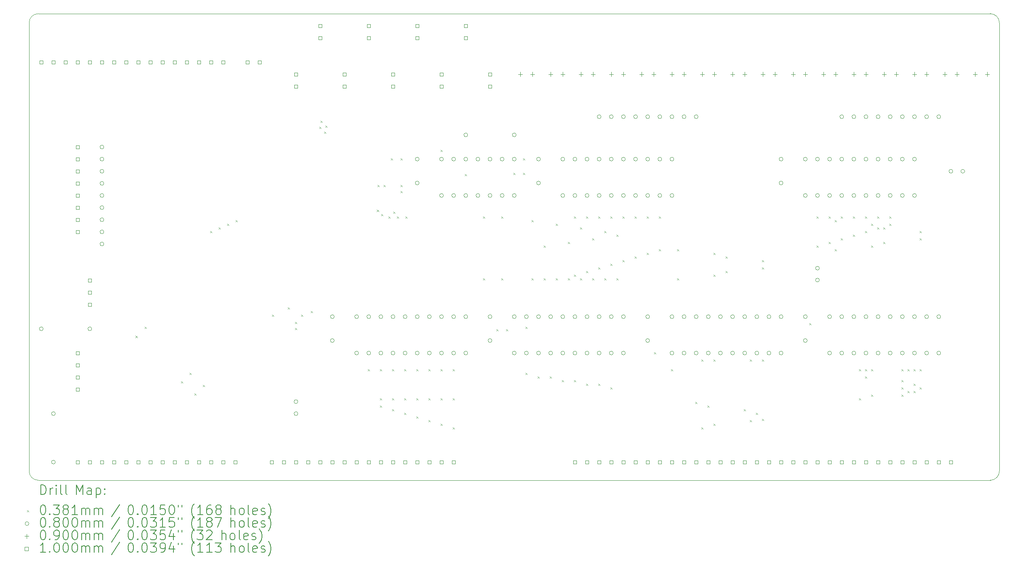
<source format=gbr>
%TF.GenerationSoftware,KiCad,Pcbnew,(7.0.0)*%
%TF.CreationDate,2024-11-17T17:27:43-08:00*%
%TF.ProjectId,status_word,73746174-7573-45f7-976f-72642e6b6963,rev?*%
%TF.SameCoordinates,Original*%
%TF.FileFunction,Drillmap*%
%TF.FilePolarity,Positive*%
%FSLAX45Y45*%
G04 Gerber Fmt 4.5, Leading zero omitted, Abs format (unit mm)*
G04 Created by KiCad (PCBNEW (7.0.0)) date 2024-11-17 17:27:43*
%MOMM*%
%LPD*%
G01*
G04 APERTURE LIST*
%ADD10C,0.100000*%
%ADD11C,0.200000*%
%ADD12C,0.038100*%
%ADD13C,0.080000*%
%ADD14C,0.090000*%
G04 APERTURE END LIST*
D10*
X25400000Y-5270500D02*
X25400000Y-14668500D01*
X25209500Y-14859000D02*
G75*
G03*
X25400000Y-14668500I0J190500D01*
G01*
X5080000Y-14668500D02*
G75*
G03*
X5270500Y-14859000I190500J0D01*
G01*
X5080000Y-14668500D02*
X5080000Y-5270500D01*
X5270500Y-5080000D02*
G75*
G03*
X5080000Y-5270500I0J-190500D01*
G01*
X25209500Y-14859000D02*
X5270500Y-14859000D01*
X25400000Y-5270500D02*
G75*
G03*
X25209500Y-5080000I-190500J0D01*
G01*
X5270500Y-5080000D02*
X25209500Y-5080000D01*
D11*
D12*
X7308850Y-11830050D02*
X7346950Y-11868150D01*
X7346950Y-11830050D02*
X7308850Y-11868150D01*
X7499350Y-11639550D02*
X7537450Y-11677650D01*
X7537450Y-11639550D02*
X7499350Y-11677650D01*
X8261350Y-12782550D02*
X8299450Y-12820650D01*
X8299450Y-12782550D02*
X8261350Y-12820650D01*
X8439150Y-12604750D02*
X8477250Y-12642850D01*
X8477250Y-12604750D02*
X8439150Y-12642850D01*
X8540750Y-13036550D02*
X8578850Y-13074650D01*
X8578850Y-13036550D02*
X8540750Y-13074650D01*
X8718550Y-12858750D02*
X8756650Y-12896850D01*
X8756650Y-12858750D02*
X8718550Y-12896850D01*
X8870950Y-9632950D02*
X8909050Y-9671050D01*
X8909050Y-9632950D02*
X8870950Y-9671050D01*
X9048750Y-9556750D02*
X9086850Y-9594850D01*
X9086850Y-9556750D02*
X9048750Y-9594850D01*
X9226550Y-9480550D02*
X9264650Y-9518650D01*
X9264650Y-9480550D02*
X9226550Y-9518650D01*
X9404350Y-9404350D02*
X9442450Y-9442450D01*
X9442450Y-9404350D02*
X9404350Y-9442450D01*
X10166350Y-11385550D02*
X10204450Y-11423650D01*
X10204450Y-11385550D02*
X10166350Y-11423650D01*
X10496550Y-11233150D02*
X10534650Y-11271250D01*
X10534650Y-11233150D02*
X10496550Y-11271250D01*
X10648950Y-11537950D02*
X10687050Y-11576050D01*
X10687050Y-11537950D02*
X10648950Y-11576050D01*
X10648950Y-11664950D02*
X10687050Y-11703050D01*
X10687050Y-11664950D02*
X10648950Y-11703050D01*
X10775950Y-11385550D02*
X10814050Y-11423650D01*
X10814050Y-11385550D02*
X10775950Y-11423650D01*
X10979150Y-11309350D02*
X11017250Y-11347450D01*
X11017250Y-11309350D02*
X10979150Y-11347450D01*
X11156950Y-7448550D02*
X11195050Y-7486650D01*
X11195050Y-7448550D02*
X11156950Y-7486650D01*
X11182350Y-7321550D02*
X11220450Y-7359650D01*
X11220450Y-7321550D02*
X11182350Y-7359650D01*
X11258550Y-7550150D02*
X11296650Y-7588250D01*
X11296650Y-7550150D02*
X11258550Y-7588250D01*
X11283950Y-7423150D02*
X11322050Y-7461250D01*
X11322050Y-7423150D02*
X11283950Y-7461250D01*
X12172950Y-12528550D02*
X12211050Y-12566650D01*
X12211050Y-12528550D02*
X12172950Y-12566650D01*
X12363450Y-9188450D02*
X12401550Y-9226550D01*
X12401550Y-9188450D02*
X12363450Y-9226550D01*
X12376150Y-8667750D02*
X12414250Y-8705850D01*
X12414250Y-8667750D02*
X12376150Y-8705850D01*
X12426950Y-12528550D02*
X12465050Y-12566650D01*
X12465050Y-12528550D02*
X12426950Y-12566650D01*
X12426950Y-13138150D02*
X12465050Y-13176250D01*
X12465050Y-13138150D02*
X12426950Y-13176250D01*
X12426950Y-13290550D02*
X12465050Y-13328650D01*
X12465050Y-13290550D02*
X12426950Y-13328650D01*
X12452350Y-9277350D02*
X12490450Y-9315450D01*
X12490450Y-9277350D02*
X12452350Y-9315450D01*
X12503150Y-8667750D02*
X12541250Y-8705850D01*
X12541250Y-8667750D02*
X12503150Y-8705850D01*
X12604750Y-9328150D02*
X12642850Y-9366250D01*
X12642850Y-9328150D02*
X12604750Y-9366250D01*
X12655550Y-8108950D02*
X12693650Y-8147050D01*
X12693650Y-8108950D02*
X12655550Y-8147050D01*
X12680950Y-12528550D02*
X12719050Y-12566650D01*
X12719050Y-12528550D02*
X12680950Y-12566650D01*
X12680950Y-13138150D02*
X12719050Y-13176250D01*
X12719050Y-13138150D02*
X12680950Y-13176250D01*
X12680950Y-13366750D02*
X12719050Y-13404850D01*
X12719050Y-13366750D02*
X12680950Y-13404850D01*
X12706350Y-9226550D02*
X12744450Y-9264650D01*
X12744450Y-9226550D02*
X12706350Y-9264650D01*
X12782550Y-9328150D02*
X12820650Y-9366250D01*
X12820650Y-9328150D02*
X12782550Y-9366250D01*
X12858750Y-8108950D02*
X12896850Y-8147050D01*
X12896850Y-8108950D02*
X12858750Y-8147050D01*
X12858750Y-8667750D02*
X12896850Y-8705850D01*
X12896850Y-8667750D02*
X12858750Y-8705850D01*
X12858750Y-8794750D02*
X12896850Y-8832850D01*
X12896850Y-8794750D02*
X12858750Y-8832850D01*
X12934950Y-12528550D02*
X12973050Y-12566650D01*
X12973050Y-12528550D02*
X12934950Y-12566650D01*
X12934950Y-13138150D02*
X12973050Y-13176250D01*
X12973050Y-13138150D02*
X12934950Y-13176250D01*
X12934950Y-13442950D02*
X12973050Y-13481050D01*
X12973050Y-13442950D02*
X12934950Y-13481050D01*
X12960350Y-9328150D02*
X12998450Y-9366250D01*
X12998450Y-9328150D02*
X12960350Y-9366250D01*
X13188950Y-12528550D02*
X13227050Y-12566650D01*
X13227050Y-12528550D02*
X13188950Y-12566650D01*
X13188950Y-13138150D02*
X13227050Y-13176250D01*
X13227050Y-13138150D02*
X13188950Y-13176250D01*
X13188950Y-13519150D02*
X13227050Y-13557250D01*
X13227050Y-13519150D02*
X13188950Y-13557250D01*
X13442950Y-12528550D02*
X13481050Y-12566650D01*
X13481050Y-12528550D02*
X13442950Y-12566650D01*
X13442950Y-13138150D02*
X13481050Y-13176250D01*
X13481050Y-13138150D02*
X13442950Y-13176250D01*
X13442950Y-13595350D02*
X13481050Y-13633450D01*
X13481050Y-13595350D02*
X13442950Y-13633450D01*
X13696950Y-7931150D02*
X13735050Y-7969250D01*
X13735050Y-7931150D02*
X13696950Y-7969250D01*
X13696950Y-12528550D02*
X13735050Y-12566650D01*
X13735050Y-12528550D02*
X13696950Y-12566650D01*
X13696950Y-13138150D02*
X13735050Y-13176250D01*
X13735050Y-13138150D02*
X13696950Y-13176250D01*
X13696950Y-13671550D02*
X13735050Y-13709650D01*
X13735050Y-13671550D02*
X13696950Y-13709650D01*
X13950950Y-12528550D02*
X13989050Y-12566650D01*
X13989050Y-12528550D02*
X13950950Y-12566650D01*
X13950950Y-13138150D02*
X13989050Y-13176250D01*
X13989050Y-13138150D02*
X13950950Y-13176250D01*
X13950950Y-13747750D02*
X13989050Y-13785850D01*
X13989050Y-13747750D02*
X13950950Y-13785850D01*
X14204950Y-8439150D02*
X14243050Y-8477250D01*
X14243050Y-8439150D02*
X14204950Y-8477250D01*
X14585950Y-9328150D02*
X14624050Y-9366250D01*
X14624050Y-9328150D02*
X14585950Y-9366250D01*
X14585950Y-10623550D02*
X14624050Y-10661650D01*
X14624050Y-10623550D02*
X14585950Y-10661650D01*
X14865350Y-11690350D02*
X14903450Y-11728450D01*
X14903450Y-11690350D02*
X14865350Y-11728450D01*
X14966950Y-9328150D02*
X15005050Y-9366250D01*
X15005050Y-9328150D02*
X14966950Y-9366250D01*
X14966950Y-10623550D02*
X15005050Y-10661650D01*
X15005050Y-10623550D02*
X14966950Y-10661650D01*
X15068550Y-11690350D02*
X15106650Y-11728450D01*
X15106650Y-11690350D02*
X15068550Y-11728450D01*
X15220950Y-8413750D02*
X15259050Y-8451850D01*
X15259050Y-8413750D02*
X15220950Y-8451850D01*
X15424150Y-8108950D02*
X15462250Y-8147050D01*
X15462250Y-8108950D02*
X15424150Y-8147050D01*
X15424150Y-8413750D02*
X15462250Y-8451850D01*
X15462250Y-8413750D02*
X15424150Y-8451850D01*
X15474950Y-11639550D02*
X15513050Y-11677650D01*
X15513050Y-11639550D02*
X15474950Y-11677650D01*
X15474950Y-12604750D02*
X15513050Y-12642850D01*
X15513050Y-12604750D02*
X15474950Y-12642850D01*
X15601950Y-9404350D02*
X15640050Y-9442450D01*
X15640050Y-9404350D02*
X15601950Y-9442450D01*
X15601950Y-10623550D02*
X15640050Y-10661650D01*
X15640050Y-10623550D02*
X15601950Y-10661650D01*
X15728950Y-12680950D02*
X15767050Y-12719050D01*
X15767050Y-12680950D02*
X15728950Y-12719050D01*
X15855950Y-9937750D02*
X15894050Y-9975850D01*
X15894050Y-9937750D02*
X15855950Y-9975850D01*
X15855950Y-10623550D02*
X15894050Y-10661650D01*
X15894050Y-10623550D02*
X15855950Y-10661650D01*
X15982950Y-12680950D02*
X16021050Y-12719050D01*
X16021050Y-12680950D02*
X15982950Y-12719050D01*
X16109950Y-9480550D02*
X16148050Y-9518650D01*
X16148050Y-9480550D02*
X16109950Y-9518650D01*
X16109950Y-10623550D02*
X16148050Y-10661650D01*
X16148050Y-10623550D02*
X16109950Y-10661650D01*
X16236950Y-12757150D02*
X16275050Y-12795250D01*
X16275050Y-12757150D02*
X16236950Y-12795250D01*
X16363950Y-9861550D02*
X16402050Y-9899650D01*
X16402050Y-9861550D02*
X16363950Y-9899650D01*
X16363950Y-10623550D02*
X16402050Y-10661650D01*
X16402050Y-10623550D02*
X16363950Y-10661650D01*
X16490950Y-9328150D02*
X16529050Y-9366250D01*
X16529050Y-9328150D02*
X16490950Y-9366250D01*
X16490950Y-10547350D02*
X16529050Y-10585450D01*
X16529050Y-10547350D02*
X16490950Y-10585450D01*
X16490950Y-12757150D02*
X16529050Y-12795250D01*
X16529050Y-12757150D02*
X16490950Y-12795250D01*
X16617950Y-9556750D02*
X16656050Y-9594850D01*
X16656050Y-9556750D02*
X16617950Y-9594850D01*
X16617950Y-10623550D02*
X16656050Y-10661650D01*
X16656050Y-10623550D02*
X16617950Y-10661650D01*
X16744950Y-9328150D02*
X16783050Y-9366250D01*
X16783050Y-9328150D02*
X16744950Y-9366250D01*
X16744950Y-10471150D02*
X16783050Y-10509250D01*
X16783050Y-10471150D02*
X16744950Y-10509250D01*
X16744950Y-12833350D02*
X16783050Y-12871450D01*
X16783050Y-12833350D02*
X16744950Y-12871450D01*
X16871950Y-9785350D02*
X16910050Y-9823450D01*
X16910050Y-9785350D02*
X16871950Y-9823450D01*
X16871950Y-10623550D02*
X16910050Y-10661650D01*
X16910050Y-10623550D02*
X16871950Y-10661650D01*
X16998950Y-9328150D02*
X17037050Y-9366250D01*
X17037050Y-9328150D02*
X16998950Y-9366250D01*
X16998950Y-10394950D02*
X17037050Y-10433050D01*
X17037050Y-10394950D02*
X16998950Y-10433050D01*
X16998950Y-12833350D02*
X17037050Y-12871450D01*
X17037050Y-12833350D02*
X16998950Y-12871450D01*
X17125950Y-9632950D02*
X17164050Y-9671050D01*
X17164050Y-9632950D02*
X17125950Y-9671050D01*
X17125950Y-10623550D02*
X17164050Y-10661650D01*
X17164050Y-10623550D02*
X17125950Y-10661650D01*
X17252950Y-9328150D02*
X17291050Y-9366250D01*
X17291050Y-9328150D02*
X17252950Y-9366250D01*
X17252950Y-10318750D02*
X17291050Y-10356850D01*
X17291050Y-10318750D02*
X17252950Y-10356850D01*
X17252950Y-12909550D02*
X17291050Y-12947650D01*
X17291050Y-12909550D02*
X17252950Y-12947650D01*
X17379950Y-9709150D02*
X17418050Y-9747250D01*
X17418050Y-9709150D02*
X17379950Y-9747250D01*
X17379950Y-10623550D02*
X17418050Y-10661650D01*
X17418050Y-10623550D02*
X17379950Y-10661650D01*
X17506950Y-9328150D02*
X17545050Y-9366250D01*
X17545050Y-9328150D02*
X17506950Y-9366250D01*
X17506950Y-10242550D02*
X17545050Y-10280650D01*
X17545050Y-10242550D02*
X17506950Y-10280650D01*
X17760950Y-9328150D02*
X17799050Y-9366250D01*
X17799050Y-9328150D02*
X17760950Y-9366250D01*
X17760950Y-10166350D02*
X17799050Y-10204450D01*
X17799050Y-10166350D02*
X17760950Y-10204450D01*
X18014950Y-9328150D02*
X18053050Y-9366250D01*
X18053050Y-9328150D02*
X18014950Y-9366250D01*
X18014950Y-10090150D02*
X18053050Y-10128250D01*
X18053050Y-10090150D02*
X18014950Y-10128250D01*
X18167350Y-12172950D02*
X18205450Y-12211050D01*
X18205450Y-12172950D02*
X18167350Y-12211050D01*
X18268950Y-9328150D02*
X18307050Y-9366250D01*
X18307050Y-9328150D02*
X18268950Y-9366250D01*
X18268950Y-10013950D02*
X18307050Y-10052050D01*
X18307050Y-10013950D02*
X18268950Y-10052050D01*
X18522950Y-12528550D02*
X18561050Y-12566650D01*
X18561050Y-12528550D02*
X18522950Y-12566650D01*
X18649950Y-10013950D02*
X18688050Y-10052050D01*
X18688050Y-10013950D02*
X18649950Y-10052050D01*
X18649950Y-10623550D02*
X18688050Y-10661650D01*
X18688050Y-10623550D02*
X18649950Y-10661650D01*
X19030950Y-13214350D02*
X19069050Y-13252450D01*
X19069050Y-13214350D02*
X19030950Y-13252450D01*
X19157950Y-12325350D02*
X19196050Y-12363450D01*
X19196050Y-12325350D02*
X19157950Y-12363450D01*
X19157950Y-13747750D02*
X19196050Y-13785850D01*
X19196050Y-13747750D02*
X19157950Y-13785850D01*
X19284950Y-13290550D02*
X19323050Y-13328650D01*
X19323050Y-13290550D02*
X19284950Y-13328650D01*
X19411950Y-10090150D02*
X19450050Y-10128250D01*
X19450050Y-10090150D02*
X19411950Y-10128250D01*
X19411950Y-10547350D02*
X19450050Y-10585450D01*
X19450050Y-10547350D02*
X19411950Y-10585450D01*
X19411950Y-12325350D02*
X19450050Y-12363450D01*
X19450050Y-12325350D02*
X19411950Y-12363450D01*
X19411950Y-13671550D02*
X19450050Y-13709650D01*
X19450050Y-13671550D02*
X19411950Y-13709650D01*
X19665950Y-10166350D02*
X19704050Y-10204450D01*
X19704050Y-10166350D02*
X19665950Y-10204450D01*
X19665950Y-10471150D02*
X19704050Y-10509250D01*
X19704050Y-10471150D02*
X19665950Y-10509250D01*
X20046950Y-13366750D02*
X20085050Y-13404850D01*
X20085050Y-13366750D02*
X20046950Y-13404850D01*
X20173950Y-12325350D02*
X20212050Y-12363450D01*
X20212050Y-12325350D02*
X20173950Y-12363450D01*
X20173950Y-13595350D02*
X20212050Y-13633450D01*
X20212050Y-13595350D02*
X20173950Y-13633450D01*
X20300950Y-13442950D02*
X20339050Y-13481050D01*
X20339050Y-13442950D02*
X20300950Y-13481050D01*
X20427950Y-10242550D02*
X20466050Y-10280650D01*
X20466050Y-10242550D02*
X20427950Y-10280650D01*
X20427950Y-10394950D02*
X20466050Y-10433050D01*
X20466050Y-10394950D02*
X20427950Y-10433050D01*
X20427950Y-12325350D02*
X20466050Y-12363450D01*
X20466050Y-12325350D02*
X20427950Y-12363450D01*
X20427950Y-13569950D02*
X20466050Y-13608050D01*
X20466050Y-13569950D02*
X20427950Y-13608050D01*
X21418550Y-11563350D02*
X21456650Y-11601450D01*
X21456650Y-11563350D02*
X21418550Y-11601450D01*
X21570950Y-9328150D02*
X21609050Y-9366250D01*
X21609050Y-9328150D02*
X21570950Y-9366250D01*
X21570950Y-9937750D02*
X21609050Y-9975850D01*
X21609050Y-9937750D02*
X21570950Y-9975850D01*
X21824950Y-9328150D02*
X21863050Y-9366250D01*
X21863050Y-9328150D02*
X21824950Y-9366250D01*
X21824950Y-9861550D02*
X21863050Y-9899650D01*
X21863050Y-9861550D02*
X21824950Y-9899650D01*
X21951950Y-9404350D02*
X21990050Y-9442450D01*
X21990050Y-9404350D02*
X21951950Y-9442450D01*
X21951950Y-10013950D02*
X21990050Y-10052050D01*
X21990050Y-10013950D02*
X21951950Y-10052050D01*
X22078950Y-9328150D02*
X22117050Y-9366250D01*
X22117050Y-9328150D02*
X22078950Y-9366250D01*
X22078950Y-9785350D02*
X22117050Y-9823450D01*
X22117050Y-9785350D02*
X22078950Y-9823450D01*
X22332950Y-9328150D02*
X22371050Y-9366250D01*
X22371050Y-9328150D02*
X22332950Y-9366250D01*
X22332950Y-9709150D02*
X22371050Y-9747250D01*
X22371050Y-9709150D02*
X22332950Y-9747250D01*
X22459950Y-12528550D02*
X22498050Y-12566650D01*
X22498050Y-12528550D02*
X22459950Y-12566650D01*
X22459950Y-13138150D02*
X22498050Y-13176250D01*
X22498050Y-13138150D02*
X22459950Y-13176250D01*
X22586950Y-9328150D02*
X22625050Y-9366250D01*
X22625050Y-9328150D02*
X22586950Y-9366250D01*
X22586950Y-9632950D02*
X22625050Y-9671050D01*
X22625050Y-9632950D02*
X22586950Y-9671050D01*
X22586950Y-12528550D02*
X22625050Y-12566650D01*
X22625050Y-12528550D02*
X22586950Y-12566650D01*
X22586950Y-12680950D02*
X22625050Y-12719050D01*
X22625050Y-12680950D02*
X22586950Y-12719050D01*
X22713950Y-9480550D02*
X22752050Y-9518650D01*
X22752050Y-9480550D02*
X22713950Y-9518650D01*
X22713950Y-9937750D02*
X22752050Y-9975850D01*
X22752050Y-9937750D02*
X22713950Y-9975850D01*
X22713950Y-12528550D02*
X22752050Y-12566650D01*
X22752050Y-12528550D02*
X22713950Y-12566650D01*
X22713950Y-13061950D02*
X22752050Y-13100050D01*
X22752050Y-13061950D02*
X22713950Y-13100050D01*
X22840950Y-9328150D02*
X22879050Y-9366250D01*
X22879050Y-9328150D02*
X22840950Y-9366250D01*
X22840950Y-9556750D02*
X22879050Y-9594850D01*
X22879050Y-9556750D02*
X22840950Y-9594850D01*
X22967950Y-9556750D02*
X23006050Y-9594850D01*
X23006050Y-9556750D02*
X22967950Y-9594850D01*
X22967950Y-9861550D02*
X23006050Y-9899650D01*
X23006050Y-9861550D02*
X22967950Y-9899650D01*
X23094950Y-9328150D02*
X23133050Y-9366250D01*
X23133050Y-9328150D02*
X23094950Y-9366250D01*
X23094950Y-9480550D02*
X23133050Y-9518650D01*
X23133050Y-9480550D02*
X23094950Y-9518650D01*
X23348950Y-12528550D02*
X23387050Y-12566650D01*
X23387050Y-12528550D02*
X23348950Y-12566650D01*
X23348950Y-12757150D02*
X23387050Y-12795250D01*
X23387050Y-12757150D02*
X23348950Y-12795250D01*
X23348950Y-12909550D02*
X23387050Y-12947650D01*
X23387050Y-12909550D02*
X23348950Y-12947650D01*
X23348950Y-13061950D02*
X23387050Y-13100050D01*
X23387050Y-13061950D02*
X23348950Y-13100050D01*
X23475950Y-12528550D02*
X23514050Y-12566650D01*
X23514050Y-12528550D02*
X23475950Y-12566650D01*
X23475950Y-12985750D02*
X23514050Y-13023850D01*
X23514050Y-12985750D02*
X23475950Y-13023850D01*
X23602950Y-12528550D02*
X23641050Y-12566650D01*
X23641050Y-12528550D02*
X23602950Y-12566650D01*
X23602950Y-12833350D02*
X23641050Y-12871450D01*
X23641050Y-12833350D02*
X23602950Y-12871450D01*
X23602950Y-12985750D02*
X23641050Y-13023850D01*
X23641050Y-12985750D02*
X23602950Y-13023850D01*
X23729950Y-9632950D02*
X23768050Y-9671050D01*
X23768050Y-9632950D02*
X23729950Y-9671050D01*
X23729950Y-9785350D02*
X23768050Y-9823450D01*
X23768050Y-9785350D02*
X23729950Y-9823450D01*
X23729950Y-12528550D02*
X23768050Y-12566650D01*
X23768050Y-12528550D02*
X23729950Y-12566650D01*
X23729950Y-12909550D02*
X23768050Y-12947650D01*
X23768050Y-12909550D02*
X23729950Y-12947650D01*
D13*
X5374000Y-11684000D02*
G75*
G03*
X5374000Y-11684000I-40000J0D01*
G01*
X5628000Y-13462000D02*
G75*
G03*
X5628000Y-13462000I-40000J0D01*
G01*
X5628000Y-14478000D02*
G75*
G03*
X5628000Y-14478000I-40000J0D01*
G01*
X6390000Y-11684000D02*
G75*
G03*
X6390000Y-11684000I-40000J0D01*
G01*
X6644000Y-7874000D02*
G75*
G03*
X6644000Y-7874000I-40000J0D01*
G01*
X6644000Y-8128000D02*
G75*
G03*
X6644000Y-8128000I-40000J0D01*
G01*
X6644000Y-8382000D02*
G75*
G03*
X6644000Y-8382000I-40000J0D01*
G01*
X6644000Y-8636000D02*
G75*
G03*
X6644000Y-8636000I-40000J0D01*
G01*
X6644000Y-8890000D02*
G75*
G03*
X6644000Y-8890000I-40000J0D01*
G01*
X6644000Y-9144000D02*
G75*
G03*
X6644000Y-9144000I-40000J0D01*
G01*
X6644000Y-9398000D02*
G75*
G03*
X6644000Y-9398000I-40000J0D01*
G01*
X6644000Y-9652000D02*
G75*
G03*
X6644000Y-9652000I-40000J0D01*
G01*
X6644000Y-9906000D02*
G75*
G03*
X6644000Y-9906000I-40000J0D01*
G01*
X10708000Y-13212000D02*
G75*
G03*
X10708000Y-13212000I-40000J0D01*
G01*
X10708000Y-13462000D02*
G75*
G03*
X10708000Y-13462000I-40000J0D01*
G01*
X11470000Y-11430000D02*
G75*
G03*
X11470000Y-11430000I-40000J0D01*
G01*
X11470000Y-11930000D02*
G75*
G03*
X11470000Y-11930000I-40000J0D01*
G01*
X11978000Y-11430000D02*
G75*
G03*
X11978000Y-11430000I-40000J0D01*
G01*
X11978000Y-12192000D02*
G75*
G03*
X11978000Y-12192000I-40000J0D01*
G01*
X12232000Y-11430000D02*
G75*
G03*
X12232000Y-11430000I-40000J0D01*
G01*
X12232000Y-12192000D02*
G75*
G03*
X12232000Y-12192000I-40000J0D01*
G01*
X12486000Y-11430000D02*
G75*
G03*
X12486000Y-11430000I-40000J0D01*
G01*
X12486000Y-12192000D02*
G75*
G03*
X12486000Y-12192000I-40000J0D01*
G01*
X12740000Y-11430000D02*
G75*
G03*
X12740000Y-11430000I-40000J0D01*
G01*
X12740000Y-12192000D02*
G75*
G03*
X12740000Y-12192000I-40000J0D01*
G01*
X12994000Y-11430000D02*
G75*
G03*
X12994000Y-11430000I-40000J0D01*
G01*
X12994000Y-12192000D02*
G75*
G03*
X12994000Y-12192000I-40000J0D01*
G01*
X13248000Y-8128000D02*
G75*
G03*
X13248000Y-8128000I-40000J0D01*
G01*
X13248000Y-8628000D02*
G75*
G03*
X13248000Y-8628000I-40000J0D01*
G01*
X13248000Y-11430000D02*
G75*
G03*
X13248000Y-11430000I-40000J0D01*
G01*
X13248000Y-12192000D02*
G75*
G03*
X13248000Y-12192000I-40000J0D01*
G01*
X13502000Y-11430000D02*
G75*
G03*
X13502000Y-11430000I-40000J0D01*
G01*
X13502000Y-12192000D02*
G75*
G03*
X13502000Y-12192000I-40000J0D01*
G01*
X13756000Y-8128000D02*
G75*
G03*
X13756000Y-8128000I-40000J0D01*
G01*
X13756000Y-8890000D02*
G75*
G03*
X13756000Y-8890000I-40000J0D01*
G01*
X13756000Y-11430000D02*
G75*
G03*
X13756000Y-11430000I-40000J0D01*
G01*
X13756000Y-12192000D02*
G75*
G03*
X13756000Y-12192000I-40000J0D01*
G01*
X14010000Y-8128000D02*
G75*
G03*
X14010000Y-8128000I-40000J0D01*
G01*
X14010000Y-8890000D02*
G75*
G03*
X14010000Y-8890000I-40000J0D01*
G01*
X14010000Y-11430000D02*
G75*
G03*
X14010000Y-11430000I-40000J0D01*
G01*
X14010000Y-12192000D02*
G75*
G03*
X14010000Y-12192000I-40000J0D01*
G01*
X14264000Y-7620000D02*
G75*
G03*
X14264000Y-7620000I-40000J0D01*
G01*
X14264000Y-8128000D02*
G75*
G03*
X14264000Y-8128000I-40000J0D01*
G01*
X14264000Y-8890000D02*
G75*
G03*
X14264000Y-8890000I-40000J0D01*
G01*
X14264000Y-11430000D02*
G75*
G03*
X14264000Y-11430000I-40000J0D01*
G01*
X14264000Y-12192000D02*
G75*
G03*
X14264000Y-12192000I-40000J0D01*
G01*
X14518000Y-8128000D02*
G75*
G03*
X14518000Y-8128000I-40000J0D01*
G01*
X14518000Y-8890000D02*
G75*
G03*
X14518000Y-8890000I-40000J0D01*
G01*
X14772000Y-8128000D02*
G75*
G03*
X14772000Y-8128000I-40000J0D01*
G01*
X14772000Y-8890000D02*
G75*
G03*
X14772000Y-8890000I-40000J0D01*
G01*
X14772000Y-11430000D02*
G75*
G03*
X14772000Y-11430000I-40000J0D01*
G01*
X14772000Y-11930000D02*
G75*
G03*
X14772000Y-11930000I-40000J0D01*
G01*
X15026000Y-8128000D02*
G75*
G03*
X15026000Y-8128000I-40000J0D01*
G01*
X15026000Y-8890000D02*
G75*
G03*
X15026000Y-8890000I-40000J0D01*
G01*
X15280000Y-7620000D02*
G75*
G03*
X15280000Y-7620000I-40000J0D01*
G01*
X15280000Y-8128000D02*
G75*
G03*
X15280000Y-8128000I-40000J0D01*
G01*
X15280000Y-8890000D02*
G75*
G03*
X15280000Y-8890000I-40000J0D01*
G01*
X15280000Y-11430000D02*
G75*
G03*
X15280000Y-11430000I-40000J0D01*
G01*
X15280000Y-12192000D02*
G75*
G03*
X15280000Y-12192000I-40000J0D01*
G01*
X15534000Y-11430000D02*
G75*
G03*
X15534000Y-11430000I-40000J0D01*
G01*
X15534000Y-12192000D02*
G75*
G03*
X15534000Y-12192000I-40000J0D01*
G01*
X15788000Y-8128000D02*
G75*
G03*
X15788000Y-8128000I-40000J0D01*
G01*
X15788000Y-8628000D02*
G75*
G03*
X15788000Y-8628000I-40000J0D01*
G01*
X15788000Y-11430000D02*
G75*
G03*
X15788000Y-11430000I-40000J0D01*
G01*
X15788000Y-12192000D02*
G75*
G03*
X15788000Y-12192000I-40000J0D01*
G01*
X16042000Y-11430000D02*
G75*
G03*
X16042000Y-11430000I-40000J0D01*
G01*
X16042000Y-12192000D02*
G75*
G03*
X16042000Y-12192000I-40000J0D01*
G01*
X16296000Y-8128000D02*
G75*
G03*
X16296000Y-8128000I-40000J0D01*
G01*
X16296000Y-8890000D02*
G75*
G03*
X16296000Y-8890000I-40000J0D01*
G01*
X16296000Y-11430000D02*
G75*
G03*
X16296000Y-11430000I-40000J0D01*
G01*
X16296000Y-12192000D02*
G75*
G03*
X16296000Y-12192000I-40000J0D01*
G01*
X16550000Y-8128000D02*
G75*
G03*
X16550000Y-8128000I-40000J0D01*
G01*
X16550000Y-8890000D02*
G75*
G03*
X16550000Y-8890000I-40000J0D01*
G01*
X16550000Y-11430000D02*
G75*
G03*
X16550000Y-11430000I-40000J0D01*
G01*
X16550000Y-12192000D02*
G75*
G03*
X16550000Y-12192000I-40000J0D01*
G01*
X16804000Y-8128000D02*
G75*
G03*
X16804000Y-8128000I-40000J0D01*
G01*
X16804000Y-8890000D02*
G75*
G03*
X16804000Y-8890000I-40000J0D01*
G01*
X16804000Y-11430000D02*
G75*
G03*
X16804000Y-11430000I-40000J0D01*
G01*
X16804000Y-12192000D02*
G75*
G03*
X16804000Y-12192000I-40000J0D01*
G01*
X17058000Y-7239000D02*
G75*
G03*
X17058000Y-7239000I-40000J0D01*
G01*
X17058000Y-8128000D02*
G75*
G03*
X17058000Y-8128000I-40000J0D01*
G01*
X17058000Y-8890000D02*
G75*
G03*
X17058000Y-8890000I-40000J0D01*
G01*
X17058000Y-11430000D02*
G75*
G03*
X17058000Y-11430000I-40000J0D01*
G01*
X17058000Y-12192000D02*
G75*
G03*
X17058000Y-12192000I-40000J0D01*
G01*
X17312000Y-7239000D02*
G75*
G03*
X17312000Y-7239000I-40000J0D01*
G01*
X17312000Y-8128000D02*
G75*
G03*
X17312000Y-8128000I-40000J0D01*
G01*
X17312000Y-8890000D02*
G75*
G03*
X17312000Y-8890000I-40000J0D01*
G01*
X17312000Y-11430000D02*
G75*
G03*
X17312000Y-11430000I-40000J0D01*
G01*
X17312000Y-12192000D02*
G75*
G03*
X17312000Y-12192000I-40000J0D01*
G01*
X17566000Y-7239000D02*
G75*
G03*
X17566000Y-7239000I-40000J0D01*
G01*
X17566000Y-8128000D02*
G75*
G03*
X17566000Y-8128000I-40000J0D01*
G01*
X17566000Y-8890000D02*
G75*
G03*
X17566000Y-8890000I-40000J0D01*
G01*
X17566000Y-11430000D02*
G75*
G03*
X17566000Y-11430000I-40000J0D01*
G01*
X17566000Y-12192000D02*
G75*
G03*
X17566000Y-12192000I-40000J0D01*
G01*
X17820000Y-7239000D02*
G75*
G03*
X17820000Y-7239000I-40000J0D01*
G01*
X17820000Y-8128000D02*
G75*
G03*
X17820000Y-8128000I-40000J0D01*
G01*
X17820000Y-8890000D02*
G75*
G03*
X17820000Y-8890000I-40000J0D01*
G01*
X18074000Y-7239000D02*
G75*
G03*
X18074000Y-7239000I-40000J0D01*
G01*
X18074000Y-8128000D02*
G75*
G03*
X18074000Y-8128000I-40000J0D01*
G01*
X18074000Y-8890000D02*
G75*
G03*
X18074000Y-8890000I-40000J0D01*
G01*
X18074000Y-11430000D02*
G75*
G03*
X18074000Y-11430000I-40000J0D01*
G01*
X18074000Y-11930000D02*
G75*
G03*
X18074000Y-11930000I-40000J0D01*
G01*
X18328000Y-7239000D02*
G75*
G03*
X18328000Y-7239000I-40000J0D01*
G01*
X18328000Y-8128000D02*
G75*
G03*
X18328000Y-8128000I-40000J0D01*
G01*
X18328000Y-8890000D02*
G75*
G03*
X18328000Y-8890000I-40000J0D01*
G01*
X18582000Y-7239000D02*
G75*
G03*
X18582000Y-7239000I-40000J0D01*
G01*
X18582000Y-8128000D02*
G75*
G03*
X18582000Y-8128000I-40000J0D01*
G01*
X18582000Y-8890000D02*
G75*
G03*
X18582000Y-8890000I-40000J0D01*
G01*
X18582000Y-11430000D02*
G75*
G03*
X18582000Y-11430000I-40000J0D01*
G01*
X18582000Y-12192000D02*
G75*
G03*
X18582000Y-12192000I-40000J0D01*
G01*
X18836000Y-7239000D02*
G75*
G03*
X18836000Y-7239000I-40000J0D01*
G01*
X18836000Y-11430000D02*
G75*
G03*
X18836000Y-11430000I-40000J0D01*
G01*
X18836000Y-12192000D02*
G75*
G03*
X18836000Y-12192000I-40000J0D01*
G01*
X19090000Y-7239000D02*
G75*
G03*
X19090000Y-7239000I-40000J0D01*
G01*
X19090000Y-11430000D02*
G75*
G03*
X19090000Y-11430000I-40000J0D01*
G01*
X19090000Y-12192000D02*
G75*
G03*
X19090000Y-12192000I-40000J0D01*
G01*
X19344000Y-11430000D02*
G75*
G03*
X19344000Y-11430000I-40000J0D01*
G01*
X19344000Y-12192000D02*
G75*
G03*
X19344000Y-12192000I-40000J0D01*
G01*
X19598000Y-11430000D02*
G75*
G03*
X19598000Y-11430000I-40000J0D01*
G01*
X19598000Y-12192000D02*
G75*
G03*
X19598000Y-12192000I-40000J0D01*
G01*
X19852000Y-11430000D02*
G75*
G03*
X19852000Y-11430000I-40000J0D01*
G01*
X19852000Y-12192000D02*
G75*
G03*
X19852000Y-12192000I-40000J0D01*
G01*
X20106000Y-11430000D02*
G75*
G03*
X20106000Y-11430000I-40000J0D01*
G01*
X20106000Y-12192000D02*
G75*
G03*
X20106000Y-12192000I-40000J0D01*
G01*
X20360000Y-11430000D02*
G75*
G03*
X20360000Y-11430000I-40000J0D01*
G01*
X20360000Y-12192000D02*
G75*
G03*
X20360000Y-12192000I-40000J0D01*
G01*
X20614000Y-11430000D02*
G75*
G03*
X20614000Y-11430000I-40000J0D01*
G01*
X20614000Y-12192000D02*
G75*
G03*
X20614000Y-12192000I-40000J0D01*
G01*
X20868000Y-8128000D02*
G75*
G03*
X20868000Y-8128000I-40000J0D01*
G01*
X20868000Y-8628000D02*
G75*
G03*
X20868000Y-8628000I-40000J0D01*
G01*
X20868000Y-11430000D02*
G75*
G03*
X20868000Y-11430000I-40000J0D01*
G01*
X20868000Y-12192000D02*
G75*
G03*
X20868000Y-12192000I-40000J0D01*
G01*
X21376000Y-8128000D02*
G75*
G03*
X21376000Y-8128000I-40000J0D01*
G01*
X21376000Y-8890000D02*
G75*
G03*
X21376000Y-8890000I-40000J0D01*
G01*
X21376000Y-11430000D02*
G75*
G03*
X21376000Y-11430000I-40000J0D01*
G01*
X21376000Y-11930000D02*
G75*
G03*
X21376000Y-11930000I-40000J0D01*
G01*
X21630000Y-8128000D02*
G75*
G03*
X21630000Y-8128000I-40000J0D01*
G01*
X21630000Y-8890000D02*
G75*
G03*
X21630000Y-8890000I-40000J0D01*
G01*
X21630000Y-10414000D02*
G75*
G03*
X21630000Y-10414000I-40000J0D01*
G01*
X21630000Y-10664000D02*
G75*
G03*
X21630000Y-10664000I-40000J0D01*
G01*
X21884000Y-8128000D02*
G75*
G03*
X21884000Y-8128000I-40000J0D01*
G01*
X21884000Y-8890000D02*
G75*
G03*
X21884000Y-8890000I-40000J0D01*
G01*
X21884000Y-11430000D02*
G75*
G03*
X21884000Y-11430000I-40000J0D01*
G01*
X21884000Y-12192000D02*
G75*
G03*
X21884000Y-12192000I-40000J0D01*
G01*
X22138000Y-7239000D02*
G75*
G03*
X22138000Y-7239000I-40000J0D01*
G01*
X22138000Y-8128000D02*
G75*
G03*
X22138000Y-8128000I-40000J0D01*
G01*
X22138000Y-8890000D02*
G75*
G03*
X22138000Y-8890000I-40000J0D01*
G01*
X22138000Y-11430000D02*
G75*
G03*
X22138000Y-11430000I-40000J0D01*
G01*
X22138000Y-12192000D02*
G75*
G03*
X22138000Y-12192000I-40000J0D01*
G01*
X22392000Y-7239000D02*
G75*
G03*
X22392000Y-7239000I-40000J0D01*
G01*
X22392000Y-8128000D02*
G75*
G03*
X22392000Y-8128000I-40000J0D01*
G01*
X22392000Y-8890000D02*
G75*
G03*
X22392000Y-8890000I-40000J0D01*
G01*
X22392000Y-11430000D02*
G75*
G03*
X22392000Y-11430000I-40000J0D01*
G01*
X22392000Y-12192000D02*
G75*
G03*
X22392000Y-12192000I-40000J0D01*
G01*
X22646000Y-7239000D02*
G75*
G03*
X22646000Y-7239000I-40000J0D01*
G01*
X22646000Y-8128000D02*
G75*
G03*
X22646000Y-8128000I-40000J0D01*
G01*
X22646000Y-8890000D02*
G75*
G03*
X22646000Y-8890000I-40000J0D01*
G01*
X22646000Y-11430000D02*
G75*
G03*
X22646000Y-11430000I-40000J0D01*
G01*
X22646000Y-12192000D02*
G75*
G03*
X22646000Y-12192000I-40000J0D01*
G01*
X22900000Y-7239000D02*
G75*
G03*
X22900000Y-7239000I-40000J0D01*
G01*
X22900000Y-8128000D02*
G75*
G03*
X22900000Y-8128000I-40000J0D01*
G01*
X22900000Y-8890000D02*
G75*
G03*
X22900000Y-8890000I-40000J0D01*
G01*
X22900000Y-11430000D02*
G75*
G03*
X22900000Y-11430000I-40000J0D01*
G01*
X22900000Y-12192000D02*
G75*
G03*
X22900000Y-12192000I-40000J0D01*
G01*
X23154000Y-7239000D02*
G75*
G03*
X23154000Y-7239000I-40000J0D01*
G01*
X23154000Y-8128000D02*
G75*
G03*
X23154000Y-8128000I-40000J0D01*
G01*
X23154000Y-8890000D02*
G75*
G03*
X23154000Y-8890000I-40000J0D01*
G01*
X23154000Y-11430000D02*
G75*
G03*
X23154000Y-11430000I-40000J0D01*
G01*
X23154000Y-12192000D02*
G75*
G03*
X23154000Y-12192000I-40000J0D01*
G01*
X23408000Y-7239000D02*
G75*
G03*
X23408000Y-7239000I-40000J0D01*
G01*
X23408000Y-8128000D02*
G75*
G03*
X23408000Y-8128000I-40000J0D01*
G01*
X23408000Y-8890000D02*
G75*
G03*
X23408000Y-8890000I-40000J0D01*
G01*
X23408000Y-11430000D02*
G75*
G03*
X23408000Y-11430000I-40000J0D01*
G01*
X23408000Y-12192000D02*
G75*
G03*
X23408000Y-12192000I-40000J0D01*
G01*
X23662000Y-7239000D02*
G75*
G03*
X23662000Y-7239000I-40000J0D01*
G01*
X23662000Y-8128000D02*
G75*
G03*
X23662000Y-8128000I-40000J0D01*
G01*
X23662000Y-8890000D02*
G75*
G03*
X23662000Y-8890000I-40000J0D01*
G01*
X23662000Y-11430000D02*
G75*
G03*
X23662000Y-11430000I-40000J0D01*
G01*
X23662000Y-12192000D02*
G75*
G03*
X23662000Y-12192000I-40000J0D01*
G01*
X23916000Y-7239000D02*
G75*
G03*
X23916000Y-7239000I-40000J0D01*
G01*
X23916000Y-11430000D02*
G75*
G03*
X23916000Y-11430000I-40000J0D01*
G01*
X23916000Y-12192000D02*
G75*
G03*
X23916000Y-12192000I-40000J0D01*
G01*
X24170000Y-7239000D02*
G75*
G03*
X24170000Y-7239000I-40000J0D01*
G01*
X24170000Y-11430000D02*
G75*
G03*
X24170000Y-11430000I-40000J0D01*
G01*
X24170000Y-12192000D02*
G75*
G03*
X24170000Y-12192000I-40000J0D01*
G01*
X24424000Y-8382000D02*
G75*
G03*
X24424000Y-8382000I-40000J0D01*
G01*
X24674000Y-8382000D02*
G75*
G03*
X24674000Y-8382000I-40000J0D01*
G01*
D14*
X15367000Y-6305000D02*
X15367000Y-6395000D01*
X15322000Y-6350000D02*
X15412000Y-6350000D01*
X15621000Y-6305000D02*
X15621000Y-6395000D01*
X15576000Y-6350000D02*
X15666000Y-6350000D01*
X16002000Y-6305000D02*
X16002000Y-6395000D01*
X15957000Y-6350000D02*
X16047000Y-6350000D01*
X16256000Y-6305000D02*
X16256000Y-6395000D01*
X16211000Y-6350000D02*
X16301000Y-6350000D01*
X16637000Y-6305000D02*
X16637000Y-6395000D01*
X16592000Y-6350000D02*
X16682000Y-6350000D01*
X16891000Y-6305000D02*
X16891000Y-6395000D01*
X16846000Y-6350000D02*
X16936000Y-6350000D01*
X17272000Y-6305000D02*
X17272000Y-6395000D01*
X17227000Y-6350000D02*
X17317000Y-6350000D01*
X17526000Y-6305000D02*
X17526000Y-6395000D01*
X17481000Y-6350000D02*
X17571000Y-6350000D01*
X17907000Y-6305000D02*
X17907000Y-6395000D01*
X17862000Y-6350000D02*
X17952000Y-6350000D01*
X18161000Y-6305000D02*
X18161000Y-6395000D01*
X18116000Y-6350000D02*
X18206000Y-6350000D01*
X18542000Y-6305000D02*
X18542000Y-6395000D01*
X18497000Y-6350000D02*
X18587000Y-6350000D01*
X18796000Y-6305000D02*
X18796000Y-6395000D01*
X18751000Y-6350000D02*
X18841000Y-6350000D01*
X19177000Y-6305000D02*
X19177000Y-6395000D01*
X19132000Y-6350000D02*
X19222000Y-6350000D01*
X19431000Y-6305000D02*
X19431000Y-6395000D01*
X19386000Y-6350000D02*
X19476000Y-6350000D01*
X19812000Y-6305000D02*
X19812000Y-6395000D01*
X19767000Y-6350000D02*
X19857000Y-6350000D01*
X20066000Y-6305000D02*
X20066000Y-6395000D01*
X20021000Y-6350000D02*
X20111000Y-6350000D01*
X20447000Y-6305000D02*
X20447000Y-6395000D01*
X20402000Y-6350000D02*
X20492000Y-6350000D01*
X20701000Y-6305000D02*
X20701000Y-6395000D01*
X20656000Y-6350000D02*
X20746000Y-6350000D01*
X21082000Y-6305000D02*
X21082000Y-6395000D01*
X21037000Y-6350000D02*
X21127000Y-6350000D01*
X21336000Y-6305000D02*
X21336000Y-6395000D01*
X21291000Y-6350000D02*
X21381000Y-6350000D01*
X21717000Y-6305000D02*
X21717000Y-6395000D01*
X21672000Y-6350000D02*
X21762000Y-6350000D01*
X21971000Y-6305000D02*
X21971000Y-6395000D01*
X21926000Y-6350000D02*
X22016000Y-6350000D01*
X22352000Y-6305000D02*
X22352000Y-6395000D01*
X22307000Y-6350000D02*
X22397000Y-6350000D01*
X22606000Y-6305000D02*
X22606000Y-6395000D01*
X22561000Y-6350000D02*
X22651000Y-6350000D01*
X22987000Y-6305000D02*
X22987000Y-6395000D01*
X22942000Y-6350000D02*
X23032000Y-6350000D01*
X23241000Y-6305000D02*
X23241000Y-6395000D01*
X23196000Y-6350000D02*
X23286000Y-6350000D01*
X23622000Y-6305000D02*
X23622000Y-6395000D01*
X23577000Y-6350000D02*
X23667000Y-6350000D01*
X23876000Y-6305000D02*
X23876000Y-6395000D01*
X23831000Y-6350000D02*
X23921000Y-6350000D01*
X24257000Y-6305000D02*
X24257000Y-6395000D01*
X24212000Y-6350000D02*
X24302000Y-6350000D01*
X24511000Y-6305000D02*
X24511000Y-6395000D01*
X24466000Y-6350000D02*
X24556000Y-6350000D01*
X24892000Y-6305000D02*
X24892000Y-6395000D01*
X24847000Y-6350000D02*
X24937000Y-6350000D01*
X25146000Y-6305000D02*
X25146000Y-6395000D01*
X25101000Y-6350000D02*
X25191000Y-6350000D01*
D10*
X5369356Y-6131356D02*
X5369356Y-6060644D01*
X5298644Y-6060644D01*
X5298644Y-6131356D01*
X5369356Y-6131356D01*
X5623356Y-6131356D02*
X5623356Y-6060644D01*
X5552644Y-6060644D01*
X5552644Y-6131356D01*
X5623356Y-6131356D01*
X5877356Y-6131356D02*
X5877356Y-6060644D01*
X5806644Y-6060644D01*
X5806644Y-6131356D01*
X5877356Y-6131356D01*
X6131356Y-6131356D02*
X6131356Y-6060644D01*
X6060644Y-6060644D01*
X6060644Y-6131356D01*
X6131356Y-6131356D01*
X6131356Y-7909356D02*
X6131356Y-7838644D01*
X6060644Y-7838644D01*
X6060644Y-7909356D01*
X6131356Y-7909356D01*
X6131356Y-8163356D02*
X6131356Y-8092644D01*
X6060644Y-8092644D01*
X6060644Y-8163356D01*
X6131356Y-8163356D01*
X6131356Y-8417356D02*
X6131356Y-8346644D01*
X6060644Y-8346644D01*
X6060644Y-8417356D01*
X6131356Y-8417356D01*
X6131356Y-8671356D02*
X6131356Y-8600644D01*
X6060644Y-8600644D01*
X6060644Y-8671356D01*
X6131356Y-8671356D01*
X6131356Y-8925356D02*
X6131356Y-8854644D01*
X6060644Y-8854644D01*
X6060644Y-8925356D01*
X6131356Y-8925356D01*
X6131356Y-9179356D02*
X6131356Y-9108644D01*
X6060644Y-9108644D01*
X6060644Y-9179356D01*
X6131356Y-9179356D01*
X6131356Y-9433356D02*
X6131356Y-9362644D01*
X6060644Y-9362644D01*
X6060644Y-9433356D01*
X6131356Y-9433356D01*
X6131356Y-9687356D02*
X6131356Y-9616644D01*
X6060644Y-9616644D01*
X6060644Y-9687356D01*
X6131356Y-9687356D01*
X6131356Y-12227356D02*
X6131356Y-12156644D01*
X6060644Y-12156644D01*
X6060644Y-12227356D01*
X6131356Y-12227356D01*
X6131356Y-12481356D02*
X6131356Y-12410644D01*
X6060644Y-12410644D01*
X6060644Y-12481356D01*
X6131356Y-12481356D01*
X6131356Y-12735356D02*
X6131356Y-12664644D01*
X6060644Y-12664644D01*
X6060644Y-12735356D01*
X6131356Y-12735356D01*
X6131356Y-12989356D02*
X6131356Y-12918644D01*
X6060644Y-12918644D01*
X6060644Y-12989356D01*
X6131356Y-12989356D01*
X6131356Y-14513356D02*
X6131356Y-14442644D01*
X6060644Y-14442644D01*
X6060644Y-14513356D01*
X6131356Y-14513356D01*
X6385356Y-6131356D02*
X6385356Y-6060644D01*
X6314644Y-6060644D01*
X6314644Y-6131356D01*
X6385356Y-6131356D01*
X6385356Y-10703356D02*
X6385356Y-10632644D01*
X6314644Y-10632644D01*
X6314644Y-10703356D01*
X6385356Y-10703356D01*
X6385356Y-10957356D02*
X6385356Y-10886644D01*
X6314644Y-10886644D01*
X6314644Y-10957356D01*
X6385356Y-10957356D01*
X6385356Y-11211356D02*
X6385356Y-11140644D01*
X6314644Y-11140644D01*
X6314644Y-11211356D01*
X6385356Y-11211356D01*
X6385356Y-14513356D02*
X6385356Y-14442644D01*
X6314644Y-14442644D01*
X6314644Y-14513356D01*
X6385356Y-14513356D01*
X6639356Y-6131356D02*
X6639356Y-6060644D01*
X6568644Y-6060644D01*
X6568644Y-6131356D01*
X6639356Y-6131356D01*
X6639356Y-14513356D02*
X6639356Y-14442644D01*
X6568644Y-14442644D01*
X6568644Y-14513356D01*
X6639356Y-14513356D01*
X6893356Y-6131356D02*
X6893356Y-6060644D01*
X6822644Y-6060644D01*
X6822644Y-6131356D01*
X6893356Y-6131356D01*
X6893356Y-14513356D02*
X6893356Y-14442644D01*
X6822644Y-14442644D01*
X6822644Y-14513356D01*
X6893356Y-14513356D01*
X7147356Y-6131356D02*
X7147356Y-6060644D01*
X7076644Y-6060644D01*
X7076644Y-6131356D01*
X7147356Y-6131356D01*
X7147356Y-14513356D02*
X7147356Y-14442644D01*
X7076644Y-14442644D01*
X7076644Y-14513356D01*
X7147356Y-14513356D01*
X7401356Y-6131356D02*
X7401356Y-6060644D01*
X7330644Y-6060644D01*
X7330644Y-6131356D01*
X7401356Y-6131356D01*
X7401356Y-14513356D02*
X7401356Y-14442644D01*
X7330644Y-14442644D01*
X7330644Y-14513356D01*
X7401356Y-14513356D01*
X7655356Y-6131356D02*
X7655356Y-6060644D01*
X7584644Y-6060644D01*
X7584644Y-6131356D01*
X7655356Y-6131356D01*
X7655356Y-14513356D02*
X7655356Y-14442644D01*
X7584644Y-14442644D01*
X7584644Y-14513356D01*
X7655356Y-14513356D01*
X7909356Y-6131356D02*
X7909356Y-6060644D01*
X7838644Y-6060644D01*
X7838644Y-6131356D01*
X7909356Y-6131356D01*
X7909356Y-14513356D02*
X7909356Y-14442644D01*
X7838644Y-14442644D01*
X7838644Y-14513356D01*
X7909356Y-14513356D01*
X8163356Y-6131356D02*
X8163356Y-6060644D01*
X8092644Y-6060644D01*
X8092644Y-6131356D01*
X8163356Y-6131356D01*
X8163356Y-14513356D02*
X8163356Y-14442644D01*
X8092644Y-14442644D01*
X8092644Y-14513356D01*
X8163356Y-14513356D01*
X8417356Y-6131356D02*
X8417356Y-6060644D01*
X8346644Y-6060644D01*
X8346644Y-6131356D01*
X8417356Y-6131356D01*
X8417356Y-14513356D02*
X8417356Y-14442644D01*
X8346644Y-14442644D01*
X8346644Y-14513356D01*
X8417356Y-14513356D01*
X8671356Y-6131356D02*
X8671356Y-6060644D01*
X8600644Y-6060644D01*
X8600644Y-6131356D01*
X8671356Y-6131356D01*
X8671356Y-14513356D02*
X8671356Y-14442644D01*
X8600644Y-14442644D01*
X8600644Y-14513356D01*
X8671356Y-14513356D01*
X8925356Y-6131356D02*
X8925356Y-6060644D01*
X8854644Y-6060644D01*
X8854644Y-6131356D01*
X8925356Y-6131356D01*
X8925356Y-14513356D02*
X8925356Y-14442644D01*
X8854644Y-14442644D01*
X8854644Y-14513356D01*
X8925356Y-14513356D01*
X9179356Y-6131356D02*
X9179356Y-6060644D01*
X9108644Y-6060644D01*
X9108644Y-6131356D01*
X9179356Y-6131356D01*
X9179356Y-14513356D02*
X9179356Y-14442644D01*
X9108644Y-14442644D01*
X9108644Y-14513356D01*
X9179356Y-14513356D01*
X9433356Y-14513356D02*
X9433356Y-14442644D01*
X9362644Y-14442644D01*
X9362644Y-14513356D01*
X9433356Y-14513356D01*
X9687356Y-6131356D02*
X9687356Y-6060644D01*
X9616644Y-6060644D01*
X9616644Y-6131356D01*
X9687356Y-6131356D01*
X9941356Y-6131356D02*
X9941356Y-6060644D01*
X9870644Y-6060644D01*
X9870644Y-6131356D01*
X9941356Y-6131356D01*
X10195356Y-14513356D02*
X10195356Y-14442644D01*
X10124644Y-14442644D01*
X10124644Y-14513356D01*
X10195356Y-14513356D01*
X10449356Y-14513356D02*
X10449356Y-14442644D01*
X10378644Y-14442644D01*
X10378644Y-14513356D01*
X10449356Y-14513356D01*
X10703356Y-6385356D02*
X10703356Y-6314644D01*
X10632644Y-6314644D01*
X10632644Y-6385356D01*
X10703356Y-6385356D01*
X10703356Y-6639356D02*
X10703356Y-6568644D01*
X10632644Y-6568644D01*
X10632644Y-6639356D01*
X10703356Y-6639356D01*
X10703356Y-14513356D02*
X10703356Y-14442644D01*
X10632644Y-14442644D01*
X10632644Y-14513356D01*
X10703356Y-14513356D01*
X10957356Y-14513356D02*
X10957356Y-14442644D01*
X10886644Y-14442644D01*
X10886644Y-14513356D01*
X10957356Y-14513356D01*
X11211356Y-5369356D02*
X11211356Y-5298644D01*
X11140644Y-5298644D01*
X11140644Y-5369356D01*
X11211356Y-5369356D01*
X11211356Y-5623356D02*
X11211356Y-5552644D01*
X11140644Y-5552644D01*
X11140644Y-5623356D01*
X11211356Y-5623356D01*
X11211356Y-14513356D02*
X11211356Y-14442644D01*
X11140644Y-14442644D01*
X11140644Y-14513356D01*
X11211356Y-14513356D01*
X11465356Y-14513356D02*
X11465356Y-14442644D01*
X11394644Y-14442644D01*
X11394644Y-14513356D01*
X11465356Y-14513356D01*
X11719356Y-6385356D02*
X11719356Y-6314644D01*
X11648644Y-6314644D01*
X11648644Y-6385356D01*
X11719356Y-6385356D01*
X11719356Y-6639356D02*
X11719356Y-6568644D01*
X11648644Y-6568644D01*
X11648644Y-6639356D01*
X11719356Y-6639356D01*
X11719356Y-14513356D02*
X11719356Y-14442644D01*
X11648644Y-14442644D01*
X11648644Y-14513356D01*
X11719356Y-14513356D01*
X11973356Y-14513356D02*
X11973356Y-14442644D01*
X11902644Y-14442644D01*
X11902644Y-14513356D01*
X11973356Y-14513356D01*
X12227356Y-5369356D02*
X12227356Y-5298644D01*
X12156644Y-5298644D01*
X12156644Y-5369356D01*
X12227356Y-5369356D01*
X12227356Y-5623356D02*
X12227356Y-5552644D01*
X12156644Y-5552644D01*
X12156644Y-5623356D01*
X12227356Y-5623356D01*
X12227356Y-14513356D02*
X12227356Y-14442644D01*
X12156644Y-14442644D01*
X12156644Y-14513356D01*
X12227356Y-14513356D01*
X12481356Y-14513356D02*
X12481356Y-14442644D01*
X12410644Y-14442644D01*
X12410644Y-14513356D01*
X12481356Y-14513356D01*
X12735356Y-6385356D02*
X12735356Y-6314644D01*
X12664644Y-6314644D01*
X12664644Y-6385356D01*
X12735356Y-6385356D01*
X12735356Y-6639356D02*
X12735356Y-6568644D01*
X12664644Y-6568644D01*
X12664644Y-6639356D01*
X12735356Y-6639356D01*
X12735356Y-14513356D02*
X12735356Y-14442644D01*
X12664644Y-14442644D01*
X12664644Y-14513356D01*
X12735356Y-14513356D01*
X12989356Y-14513356D02*
X12989356Y-14442644D01*
X12918644Y-14442644D01*
X12918644Y-14513356D01*
X12989356Y-14513356D01*
X13243356Y-5369356D02*
X13243356Y-5298644D01*
X13172644Y-5298644D01*
X13172644Y-5369356D01*
X13243356Y-5369356D01*
X13243356Y-5623356D02*
X13243356Y-5552644D01*
X13172644Y-5552644D01*
X13172644Y-5623356D01*
X13243356Y-5623356D01*
X13243356Y-14513356D02*
X13243356Y-14442644D01*
X13172644Y-14442644D01*
X13172644Y-14513356D01*
X13243356Y-14513356D01*
X13497356Y-14513356D02*
X13497356Y-14442644D01*
X13426644Y-14442644D01*
X13426644Y-14513356D01*
X13497356Y-14513356D01*
X13751356Y-6385356D02*
X13751356Y-6314644D01*
X13680644Y-6314644D01*
X13680644Y-6385356D01*
X13751356Y-6385356D01*
X13751356Y-6639356D02*
X13751356Y-6568644D01*
X13680644Y-6568644D01*
X13680644Y-6639356D01*
X13751356Y-6639356D01*
X13751356Y-14513356D02*
X13751356Y-14442644D01*
X13680644Y-14442644D01*
X13680644Y-14513356D01*
X13751356Y-14513356D01*
X14005356Y-14513356D02*
X14005356Y-14442644D01*
X13934644Y-14442644D01*
X13934644Y-14513356D01*
X14005356Y-14513356D01*
X14259356Y-5369356D02*
X14259356Y-5298644D01*
X14188644Y-5298644D01*
X14188644Y-5369356D01*
X14259356Y-5369356D01*
X14259356Y-5623356D02*
X14259356Y-5552644D01*
X14188644Y-5552644D01*
X14188644Y-5623356D01*
X14259356Y-5623356D01*
X14767356Y-6385356D02*
X14767356Y-6314644D01*
X14696644Y-6314644D01*
X14696644Y-6385356D01*
X14767356Y-6385356D01*
X14767356Y-6639356D02*
X14767356Y-6568644D01*
X14696644Y-6568644D01*
X14696644Y-6639356D01*
X14767356Y-6639356D01*
X16545356Y-14513356D02*
X16545356Y-14442644D01*
X16474644Y-14442644D01*
X16474644Y-14513356D01*
X16545356Y-14513356D01*
X16799356Y-14513356D02*
X16799356Y-14442644D01*
X16728644Y-14442644D01*
X16728644Y-14513356D01*
X16799356Y-14513356D01*
X17053356Y-14513356D02*
X17053356Y-14442644D01*
X16982644Y-14442644D01*
X16982644Y-14513356D01*
X17053356Y-14513356D01*
X17307356Y-14513356D02*
X17307356Y-14442644D01*
X17236644Y-14442644D01*
X17236644Y-14513356D01*
X17307356Y-14513356D01*
X17561356Y-14513356D02*
X17561356Y-14442644D01*
X17490644Y-14442644D01*
X17490644Y-14513356D01*
X17561356Y-14513356D01*
X17815356Y-14513356D02*
X17815356Y-14442644D01*
X17744644Y-14442644D01*
X17744644Y-14513356D01*
X17815356Y-14513356D01*
X18069356Y-14513356D02*
X18069356Y-14442644D01*
X17998644Y-14442644D01*
X17998644Y-14513356D01*
X18069356Y-14513356D01*
X18323356Y-14513356D02*
X18323356Y-14442644D01*
X18252644Y-14442644D01*
X18252644Y-14513356D01*
X18323356Y-14513356D01*
X18577356Y-14513356D02*
X18577356Y-14442644D01*
X18506644Y-14442644D01*
X18506644Y-14513356D01*
X18577356Y-14513356D01*
X18831356Y-14513356D02*
X18831356Y-14442644D01*
X18760644Y-14442644D01*
X18760644Y-14513356D01*
X18831356Y-14513356D01*
X19085356Y-14513356D02*
X19085356Y-14442644D01*
X19014644Y-14442644D01*
X19014644Y-14513356D01*
X19085356Y-14513356D01*
X19339356Y-14513356D02*
X19339356Y-14442644D01*
X19268644Y-14442644D01*
X19268644Y-14513356D01*
X19339356Y-14513356D01*
X19593356Y-14513356D02*
X19593356Y-14442644D01*
X19522644Y-14442644D01*
X19522644Y-14513356D01*
X19593356Y-14513356D01*
X19847356Y-14513356D02*
X19847356Y-14442644D01*
X19776644Y-14442644D01*
X19776644Y-14513356D01*
X19847356Y-14513356D01*
X20101356Y-14513356D02*
X20101356Y-14442644D01*
X20030644Y-14442644D01*
X20030644Y-14513356D01*
X20101356Y-14513356D01*
X20355356Y-14513356D02*
X20355356Y-14442644D01*
X20284644Y-14442644D01*
X20284644Y-14513356D01*
X20355356Y-14513356D01*
X20609356Y-14513356D02*
X20609356Y-14442644D01*
X20538644Y-14442644D01*
X20538644Y-14513356D01*
X20609356Y-14513356D01*
X20863356Y-14513356D02*
X20863356Y-14442644D01*
X20792644Y-14442644D01*
X20792644Y-14513356D01*
X20863356Y-14513356D01*
X21117356Y-14513356D02*
X21117356Y-14442644D01*
X21046644Y-14442644D01*
X21046644Y-14513356D01*
X21117356Y-14513356D01*
X21371356Y-14513356D02*
X21371356Y-14442644D01*
X21300644Y-14442644D01*
X21300644Y-14513356D01*
X21371356Y-14513356D01*
X21625356Y-14513356D02*
X21625356Y-14442644D01*
X21554644Y-14442644D01*
X21554644Y-14513356D01*
X21625356Y-14513356D01*
X21879356Y-14513356D02*
X21879356Y-14442644D01*
X21808644Y-14442644D01*
X21808644Y-14513356D01*
X21879356Y-14513356D01*
X22133356Y-14513356D02*
X22133356Y-14442644D01*
X22062644Y-14442644D01*
X22062644Y-14513356D01*
X22133356Y-14513356D01*
X22387356Y-14513356D02*
X22387356Y-14442644D01*
X22316644Y-14442644D01*
X22316644Y-14513356D01*
X22387356Y-14513356D01*
X22641356Y-14513356D02*
X22641356Y-14442644D01*
X22570644Y-14442644D01*
X22570644Y-14513356D01*
X22641356Y-14513356D01*
X22895356Y-14513356D02*
X22895356Y-14442644D01*
X22824644Y-14442644D01*
X22824644Y-14513356D01*
X22895356Y-14513356D01*
X23149356Y-14513356D02*
X23149356Y-14442644D01*
X23078644Y-14442644D01*
X23078644Y-14513356D01*
X23149356Y-14513356D01*
X23403356Y-14513356D02*
X23403356Y-14442644D01*
X23332644Y-14442644D01*
X23332644Y-14513356D01*
X23403356Y-14513356D01*
X23657356Y-14513356D02*
X23657356Y-14442644D01*
X23586644Y-14442644D01*
X23586644Y-14513356D01*
X23657356Y-14513356D01*
X23911356Y-14513356D02*
X23911356Y-14442644D01*
X23840644Y-14442644D01*
X23840644Y-14513356D01*
X23911356Y-14513356D01*
X24165356Y-14513356D02*
X24165356Y-14442644D01*
X24094644Y-14442644D01*
X24094644Y-14513356D01*
X24165356Y-14513356D01*
X24419356Y-14513356D02*
X24419356Y-14442644D01*
X24348644Y-14442644D01*
X24348644Y-14513356D01*
X24419356Y-14513356D01*
D11*
X5322619Y-15157476D02*
X5322619Y-14957476D01*
X5322619Y-14957476D02*
X5370238Y-14957476D01*
X5370238Y-14957476D02*
X5398810Y-14967000D01*
X5398810Y-14967000D02*
X5417857Y-14986048D01*
X5417857Y-14986048D02*
X5427381Y-15005095D01*
X5427381Y-15005095D02*
X5436905Y-15043190D01*
X5436905Y-15043190D02*
X5436905Y-15071762D01*
X5436905Y-15071762D02*
X5427381Y-15109857D01*
X5427381Y-15109857D02*
X5417857Y-15128905D01*
X5417857Y-15128905D02*
X5398810Y-15147952D01*
X5398810Y-15147952D02*
X5370238Y-15157476D01*
X5370238Y-15157476D02*
X5322619Y-15157476D01*
X5522619Y-15157476D02*
X5522619Y-15024143D01*
X5522619Y-15062238D02*
X5532143Y-15043190D01*
X5532143Y-15043190D02*
X5541667Y-15033667D01*
X5541667Y-15033667D02*
X5560714Y-15024143D01*
X5560714Y-15024143D02*
X5579762Y-15024143D01*
X5646428Y-15157476D02*
X5646428Y-15024143D01*
X5646428Y-14957476D02*
X5636905Y-14967000D01*
X5636905Y-14967000D02*
X5646428Y-14976524D01*
X5646428Y-14976524D02*
X5655952Y-14967000D01*
X5655952Y-14967000D02*
X5646428Y-14957476D01*
X5646428Y-14957476D02*
X5646428Y-14976524D01*
X5770238Y-15157476D02*
X5751190Y-15147952D01*
X5751190Y-15147952D02*
X5741667Y-15128905D01*
X5741667Y-15128905D02*
X5741667Y-14957476D01*
X5875000Y-15157476D02*
X5855952Y-15147952D01*
X5855952Y-15147952D02*
X5846428Y-15128905D01*
X5846428Y-15128905D02*
X5846428Y-14957476D01*
X6071190Y-15157476D02*
X6071190Y-14957476D01*
X6071190Y-14957476D02*
X6137857Y-15100333D01*
X6137857Y-15100333D02*
X6204524Y-14957476D01*
X6204524Y-14957476D02*
X6204524Y-15157476D01*
X6385476Y-15157476D02*
X6385476Y-15052714D01*
X6385476Y-15052714D02*
X6375952Y-15033667D01*
X6375952Y-15033667D02*
X6356905Y-15024143D01*
X6356905Y-15024143D02*
X6318809Y-15024143D01*
X6318809Y-15024143D02*
X6299762Y-15033667D01*
X6385476Y-15147952D02*
X6366428Y-15157476D01*
X6366428Y-15157476D02*
X6318809Y-15157476D01*
X6318809Y-15157476D02*
X6299762Y-15147952D01*
X6299762Y-15147952D02*
X6290238Y-15128905D01*
X6290238Y-15128905D02*
X6290238Y-15109857D01*
X6290238Y-15109857D02*
X6299762Y-15090809D01*
X6299762Y-15090809D02*
X6318809Y-15081286D01*
X6318809Y-15081286D02*
X6366428Y-15081286D01*
X6366428Y-15081286D02*
X6385476Y-15071762D01*
X6480714Y-15024143D02*
X6480714Y-15224143D01*
X6480714Y-15033667D02*
X6499762Y-15024143D01*
X6499762Y-15024143D02*
X6537857Y-15024143D01*
X6537857Y-15024143D02*
X6556905Y-15033667D01*
X6556905Y-15033667D02*
X6566428Y-15043190D01*
X6566428Y-15043190D02*
X6575952Y-15062238D01*
X6575952Y-15062238D02*
X6575952Y-15119381D01*
X6575952Y-15119381D02*
X6566428Y-15138428D01*
X6566428Y-15138428D02*
X6556905Y-15147952D01*
X6556905Y-15147952D02*
X6537857Y-15157476D01*
X6537857Y-15157476D02*
X6499762Y-15157476D01*
X6499762Y-15157476D02*
X6480714Y-15147952D01*
X6661667Y-15138428D02*
X6671190Y-15147952D01*
X6671190Y-15147952D02*
X6661667Y-15157476D01*
X6661667Y-15157476D02*
X6652143Y-15147952D01*
X6652143Y-15147952D02*
X6661667Y-15138428D01*
X6661667Y-15138428D02*
X6661667Y-15157476D01*
X6661667Y-15033667D02*
X6671190Y-15043190D01*
X6671190Y-15043190D02*
X6661667Y-15052714D01*
X6661667Y-15052714D02*
X6652143Y-15043190D01*
X6652143Y-15043190D02*
X6661667Y-15033667D01*
X6661667Y-15033667D02*
X6661667Y-15052714D01*
D12*
X5036900Y-15484950D02*
X5075000Y-15523050D01*
X5075000Y-15484950D02*
X5036900Y-15523050D01*
D11*
X5360714Y-15377476D02*
X5379762Y-15377476D01*
X5379762Y-15377476D02*
X5398810Y-15387000D01*
X5398810Y-15387000D02*
X5408333Y-15396524D01*
X5408333Y-15396524D02*
X5417857Y-15415571D01*
X5417857Y-15415571D02*
X5427381Y-15453667D01*
X5427381Y-15453667D02*
X5427381Y-15501286D01*
X5427381Y-15501286D02*
X5417857Y-15539381D01*
X5417857Y-15539381D02*
X5408333Y-15558428D01*
X5408333Y-15558428D02*
X5398810Y-15567952D01*
X5398810Y-15567952D02*
X5379762Y-15577476D01*
X5379762Y-15577476D02*
X5360714Y-15577476D01*
X5360714Y-15577476D02*
X5341667Y-15567952D01*
X5341667Y-15567952D02*
X5332143Y-15558428D01*
X5332143Y-15558428D02*
X5322619Y-15539381D01*
X5322619Y-15539381D02*
X5313095Y-15501286D01*
X5313095Y-15501286D02*
X5313095Y-15453667D01*
X5313095Y-15453667D02*
X5322619Y-15415571D01*
X5322619Y-15415571D02*
X5332143Y-15396524D01*
X5332143Y-15396524D02*
X5341667Y-15387000D01*
X5341667Y-15387000D02*
X5360714Y-15377476D01*
X5513095Y-15558428D02*
X5522619Y-15567952D01*
X5522619Y-15567952D02*
X5513095Y-15577476D01*
X5513095Y-15577476D02*
X5503571Y-15567952D01*
X5503571Y-15567952D02*
X5513095Y-15558428D01*
X5513095Y-15558428D02*
X5513095Y-15577476D01*
X5589286Y-15377476D02*
X5713095Y-15377476D01*
X5713095Y-15377476D02*
X5646428Y-15453667D01*
X5646428Y-15453667D02*
X5675000Y-15453667D01*
X5675000Y-15453667D02*
X5694048Y-15463190D01*
X5694048Y-15463190D02*
X5703571Y-15472714D01*
X5703571Y-15472714D02*
X5713095Y-15491762D01*
X5713095Y-15491762D02*
X5713095Y-15539381D01*
X5713095Y-15539381D02*
X5703571Y-15558428D01*
X5703571Y-15558428D02*
X5694048Y-15567952D01*
X5694048Y-15567952D02*
X5675000Y-15577476D01*
X5675000Y-15577476D02*
X5617857Y-15577476D01*
X5617857Y-15577476D02*
X5598809Y-15567952D01*
X5598809Y-15567952D02*
X5589286Y-15558428D01*
X5827381Y-15463190D02*
X5808333Y-15453667D01*
X5808333Y-15453667D02*
X5798809Y-15444143D01*
X5798809Y-15444143D02*
X5789286Y-15425095D01*
X5789286Y-15425095D02*
X5789286Y-15415571D01*
X5789286Y-15415571D02*
X5798809Y-15396524D01*
X5798809Y-15396524D02*
X5808333Y-15387000D01*
X5808333Y-15387000D02*
X5827381Y-15377476D01*
X5827381Y-15377476D02*
X5865476Y-15377476D01*
X5865476Y-15377476D02*
X5884524Y-15387000D01*
X5884524Y-15387000D02*
X5894048Y-15396524D01*
X5894048Y-15396524D02*
X5903571Y-15415571D01*
X5903571Y-15415571D02*
X5903571Y-15425095D01*
X5903571Y-15425095D02*
X5894048Y-15444143D01*
X5894048Y-15444143D02*
X5884524Y-15453667D01*
X5884524Y-15453667D02*
X5865476Y-15463190D01*
X5865476Y-15463190D02*
X5827381Y-15463190D01*
X5827381Y-15463190D02*
X5808333Y-15472714D01*
X5808333Y-15472714D02*
X5798809Y-15482238D01*
X5798809Y-15482238D02*
X5789286Y-15501286D01*
X5789286Y-15501286D02*
X5789286Y-15539381D01*
X5789286Y-15539381D02*
X5798809Y-15558428D01*
X5798809Y-15558428D02*
X5808333Y-15567952D01*
X5808333Y-15567952D02*
X5827381Y-15577476D01*
X5827381Y-15577476D02*
X5865476Y-15577476D01*
X5865476Y-15577476D02*
X5884524Y-15567952D01*
X5884524Y-15567952D02*
X5894048Y-15558428D01*
X5894048Y-15558428D02*
X5903571Y-15539381D01*
X5903571Y-15539381D02*
X5903571Y-15501286D01*
X5903571Y-15501286D02*
X5894048Y-15482238D01*
X5894048Y-15482238D02*
X5884524Y-15472714D01*
X5884524Y-15472714D02*
X5865476Y-15463190D01*
X6094048Y-15577476D02*
X5979762Y-15577476D01*
X6036905Y-15577476D02*
X6036905Y-15377476D01*
X6036905Y-15377476D02*
X6017857Y-15406048D01*
X6017857Y-15406048D02*
X5998809Y-15425095D01*
X5998809Y-15425095D02*
X5979762Y-15434619D01*
X6179762Y-15577476D02*
X6179762Y-15444143D01*
X6179762Y-15463190D02*
X6189286Y-15453667D01*
X6189286Y-15453667D02*
X6208333Y-15444143D01*
X6208333Y-15444143D02*
X6236905Y-15444143D01*
X6236905Y-15444143D02*
X6255952Y-15453667D01*
X6255952Y-15453667D02*
X6265476Y-15472714D01*
X6265476Y-15472714D02*
X6265476Y-15577476D01*
X6265476Y-15472714D02*
X6275000Y-15453667D01*
X6275000Y-15453667D02*
X6294048Y-15444143D01*
X6294048Y-15444143D02*
X6322619Y-15444143D01*
X6322619Y-15444143D02*
X6341667Y-15453667D01*
X6341667Y-15453667D02*
X6351190Y-15472714D01*
X6351190Y-15472714D02*
X6351190Y-15577476D01*
X6446429Y-15577476D02*
X6446429Y-15444143D01*
X6446429Y-15463190D02*
X6455952Y-15453667D01*
X6455952Y-15453667D02*
X6475000Y-15444143D01*
X6475000Y-15444143D02*
X6503571Y-15444143D01*
X6503571Y-15444143D02*
X6522619Y-15453667D01*
X6522619Y-15453667D02*
X6532143Y-15472714D01*
X6532143Y-15472714D02*
X6532143Y-15577476D01*
X6532143Y-15472714D02*
X6541667Y-15453667D01*
X6541667Y-15453667D02*
X6560714Y-15444143D01*
X6560714Y-15444143D02*
X6589286Y-15444143D01*
X6589286Y-15444143D02*
X6608333Y-15453667D01*
X6608333Y-15453667D02*
X6617857Y-15472714D01*
X6617857Y-15472714D02*
X6617857Y-15577476D01*
X6975952Y-15367952D02*
X6804524Y-15625095D01*
X7200714Y-15377476D02*
X7219762Y-15377476D01*
X7219762Y-15377476D02*
X7238810Y-15387000D01*
X7238810Y-15387000D02*
X7248333Y-15396524D01*
X7248333Y-15396524D02*
X7257857Y-15415571D01*
X7257857Y-15415571D02*
X7267381Y-15453667D01*
X7267381Y-15453667D02*
X7267381Y-15501286D01*
X7267381Y-15501286D02*
X7257857Y-15539381D01*
X7257857Y-15539381D02*
X7248333Y-15558428D01*
X7248333Y-15558428D02*
X7238810Y-15567952D01*
X7238810Y-15567952D02*
X7219762Y-15577476D01*
X7219762Y-15577476D02*
X7200714Y-15577476D01*
X7200714Y-15577476D02*
X7181667Y-15567952D01*
X7181667Y-15567952D02*
X7172143Y-15558428D01*
X7172143Y-15558428D02*
X7162619Y-15539381D01*
X7162619Y-15539381D02*
X7153095Y-15501286D01*
X7153095Y-15501286D02*
X7153095Y-15453667D01*
X7153095Y-15453667D02*
X7162619Y-15415571D01*
X7162619Y-15415571D02*
X7172143Y-15396524D01*
X7172143Y-15396524D02*
X7181667Y-15387000D01*
X7181667Y-15387000D02*
X7200714Y-15377476D01*
X7353095Y-15558428D02*
X7362619Y-15567952D01*
X7362619Y-15567952D02*
X7353095Y-15577476D01*
X7353095Y-15577476D02*
X7343571Y-15567952D01*
X7343571Y-15567952D02*
X7353095Y-15558428D01*
X7353095Y-15558428D02*
X7353095Y-15577476D01*
X7486429Y-15377476D02*
X7505476Y-15377476D01*
X7505476Y-15377476D02*
X7524524Y-15387000D01*
X7524524Y-15387000D02*
X7534048Y-15396524D01*
X7534048Y-15396524D02*
X7543571Y-15415571D01*
X7543571Y-15415571D02*
X7553095Y-15453667D01*
X7553095Y-15453667D02*
X7553095Y-15501286D01*
X7553095Y-15501286D02*
X7543571Y-15539381D01*
X7543571Y-15539381D02*
X7534048Y-15558428D01*
X7534048Y-15558428D02*
X7524524Y-15567952D01*
X7524524Y-15567952D02*
X7505476Y-15577476D01*
X7505476Y-15577476D02*
X7486429Y-15577476D01*
X7486429Y-15577476D02*
X7467381Y-15567952D01*
X7467381Y-15567952D02*
X7457857Y-15558428D01*
X7457857Y-15558428D02*
X7448333Y-15539381D01*
X7448333Y-15539381D02*
X7438810Y-15501286D01*
X7438810Y-15501286D02*
X7438810Y-15453667D01*
X7438810Y-15453667D02*
X7448333Y-15415571D01*
X7448333Y-15415571D02*
X7457857Y-15396524D01*
X7457857Y-15396524D02*
X7467381Y-15387000D01*
X7467381Y-15387000D02*
X7486429Y-15377476D01*
X7743571Y-15577476D02*
X7629286Y-15577476D01*
X7686429Y-15577476D02*
X7686429Y-15377476D01*
X7686429Y-15377476D02*
X7667381Y-15406048D01*
X7667381Y-15406048D02*
X7648333Y-15425095D01*
X7648333Y-15425095D02*
X7629286Y-15434619D01*
X7924524Y-15377476D02*
X7829286Y-15377476D01*
X7829286Y-15377476D02*
X7819762Y-15472714D01*
X7819762Y-15472714D02*
X7829286Y-15463190D01*
X7829286Y-15463190D02*
X7848333Y-15453667D01*
X7848333Y-15453667D02*
X7895952Y-15453667D01*
X7895952Y-15453667D02*
X7915000Y-15463190D01*
X7915000Y-15463190D02*
X7924524Y-15472714D01*
X7924524Y-15472714D02*
X7934048Y-15491762D01*
X7934048Y-15491762D02*
X7934048Y-15539381D01*
X7934048Y-15539381D02*
X7924524Y-15558428D01*
X7924524Y-15558428D02*
X7915000Y-15567952D01*
X7915000Y-15567952D02*
X7895952Y-15577476D01*
X7895952Y-15577476D02*
X7848333Y-15577476D01*
X7848333Y-15577476D02*
X7829286Y-15567952D01*
X7829286Y-15567952D02*
X7819762Y-15558428D01*
X8057857Y-15377476D02*
X8076905Y-15377476D01*
X8076905Y-15377476D02*
X8095952Y-15387000D01*
X8095952Y-15387000D02*
X8105476Y-15396524D01*
X8105476Y-15396524D02*
X8115000Y-15415571D01*
X8115000Y-15415571D02*
X8124524Y-15453667D01*
X8124524Y-15453667D02*
X8124524Y-15501286D01*
X8124524Y-15501286D02*
X8115000Y-15539381D01*
X8115000Y-15539381D02*
X8105476Y-15558428D01*
X8105476Y-15558428D02*
X8095952Y-15567952D01*
X8095952Y-15567952D02*
X8076905Y-15577476D01*
X8076905Y-15577476D02*
X8057857Y-15577476D01*
X8057857Y-15577476D02*
X8038810Y-15567952D01*
X8038810Y-15567952D02*
X8029286Y-15558428D01*
X8029286Y-15558428D02*
X8019762Y-15539381D01*
X8019762Y-15539381D02*
X8010238Y-15501286D01*
X8010238Y-15501286D02*
X8010238Y-15453667D01*
X8010238Y-15453667D02*
X8019762Y-15415571D01*
X8019762Y-15415571D02*
X8029286Y-15396524D01*
X8029286Y-15396524D02*
X8038810Y-15387000D01*
X8038810Y-15387000D02*
X8057857Y-15377476D01*
X8200714Y-15377476D02*
X8200714Y-15415571D01*
X8276905Y-15377476D02*
X8276905Y-15415571D01*
X8539762Y-15653667D02*
X8530238Y-15644143D01*
X8530238Y-15644143D02*
X8511191Y-15615571D01*
X8511191Y-15615571D02*
X8501667Y-15596524D01*
X8501667Y-15596524D02*
X8492143Y-15567952D01*
X8492143Y-15567952D02*
X8482619Y-15520333D01*
X8482619Y-15520333D02*
X8482619Y-15482238D01*
X8482619Y-15482238D02*
X8492143Y-15434619D01*
X8492143Y-15434619D02*
X8501667Y-15406048D01*
X8501667Y-15406048D02*
X8511191Y-15387000D01*
X8511191Y-15387000D02*
X8530238Y-15358428D01*
X8530238Y-15358428D02*
X8539762Y-15348905D01*
X8720714Y-15577476D02*
X8606429Y-15577476D01*
X8663572Y-15577476D02*
X8663572Y-15377476D01*
X8663572Y-15377476D02*
X8644524Y-15406048D01*
X8644524Y-15406048D02*
X8625476Y-15425095D01*
X8625476Y-15425095D02*
X8606429Y-15434619D01*
X8892143Y-15377476D02*
X8854048Y-15377476D01*
X8854048Y-15377476D02*
X8835000Y-15387000D01*
X8835000Y-15387000D02*
X8825476Y-15396524D01*
X8825476Y-15396524D02*
X8806429Y-15425095D01*
X8806429Y-15425095D02*
X8796905Y-15463190D01*
X8796905Y-15463190D02*
X8796905Y-15539381D01*
X8796905Y-15539381D02*
X8806429Y-15558428D01*
X8806429Y-15558428D02*
X8815953Y-15567952D01*
X8815953Y-15567952D02*
X8835000Y-15577476D01*
X8835000Y-15577476D02*
X8873095Y-15577476D01*
X8873095Y-15577476D02*
X8892143Y-15567952D01*
X8892143Y-15567952D02*
X8901667Y-15558428D01*
X8901667Y-15558428D02*
X8911191Y-15539381D01*
X8911191Y-15539381D02*
X8911191Y-15491762D01*
X8911191Y-15491762D02*
X8901667Y-15472714D01*
X8901667Y-15472714D02*
X8892143Y-15463190D01*
X8892143Y-15463190D02*
X8873095Y-15453667D01*
X8873095Y-15453667D02*
X8835000Y-15453667D01*
X8835000Y-15453667D02*
X8815953Y-15463190D01*
X8815953Y-15463190D02*
X8806429Y-15472714D01*
X8806429Y-15472714D02*
X8796905Y-15491762D01*
X9025476Y-15463190D02*
X9006429Y-15453667D01*
X9006429Y-15453667D02*
X8996905Y-15444143D01*
X8996905Y-15444143D02*
X8987381Y-15425095D01*
X8987381Y-15425095D02*
X8987381Y-15415571D01*
X8987381Y-15415571D02*
X8996905Y-15396524D01*
X8996905Y-15396524D02*
X9006429Y-15387000D01*
X9006429Y-15387000D02*
X9025476Y-15377476D01*
X9025476Y-15377476D02*
X9063572Y-15377476D01*
X9063572Y-15377476D02*
X9082619Y-15387000D01*
X9082619Y-15387000D02*
X9092143Y-15396524D01*
X9092143Y-15396524D02*
X9101667Y-15415571D01*
X9101667Y-15415571D02*
X9101667Y-15425095D01*
X9101667Y-15425095D02*
X9092143Y-15444143D01*
X9092143Y-15444143D02*
X9082619Y-15453667D01*
X9082619Y-15453667D02*
X9063572Y-15463190D01*
X9063572Y-15463190D02*
X9025476Y-15463190D01*
X9025476Y-15463190D02*
X9006429Y-15472714D01*
X9006429Y-15472714D02*
X8996905Y-15482238D01*
X8996905Y-15482238D02*
X8987381Y-15501286D01*
X8987381Y-15501286D02*
X8987381Y-15539381D01*
X8987381Y-15539381D02*
X8996905Y-15558428D01*
X8996905Y-15558428D02*
X9006429Y-15567952D01*
X9006429Y-15567952D02*
X9025476Y-15577476D01*
X9025476Y-15577476D02*
X9063572Y-15577476D01*
X9063572Y-15577476D02*
X9082619Y-15567952D01*
X9082619Y-15567952D02*
X9092143Y-15558428D01*
X9092143Y-15558428D02*
X9101667Y-15539381D01*
X9101667Y-15539381D02*
X9101667Y-15501286D01*
X9101667Y-15501286D02*
X9092143Y-15482238D01*
X9092143Y-15482238D02*
X9082619Y-15472714D01*
X9082619Y-15472714D02*
X9063572Y-15463190D01*
X9307381Y-15577476D02*
X9307381Y-15377476D01*
X9393095Y-15577476D02*
X9393095Y-15472714D01*
X9393095Y-15472714D02*
X9383572Y-15453667D01*
X9383572Y-15453667D02*
X9364524Y-15444143D01*
X9364524Y-15444143D02*
X9335953Y-15444143D01*
X9335953Y-15444143D02*
X9316905Y-15453667D01*
X9316905Y-15453667D02*
X9307381Y-15463190D01*
X9516905Y-15577476D02*
X9497857Y-15567952D01*
X9497857Y-15567952D02*
X9488334Y-15558428D01*
X9488334Y-15558428D02*
X9478810Y-15539381D01*
X9478810Y-15539381D02*
X9478810Y-15482238D01*
X9478810Y-15482238D02*
X9488334Y-15463190D01*
X9488334Y-15463190D02*
X9497857Y-15453667D01*
X9497857Y-15453667D02*
X9516905Y-15444143D01*
X9516905Y-15444143D02*
X9545476Y-15444143D01*
X9545476Y-15444143D02*
X9564524Y-15453667D01*
X9564524Y-15453667D02*
X9574048Y-15463190D01*
X9574048Y-15463190D02*
X9583572Y-15482238D01*
X9583572Y-15482238D02*
X9583572Y-15539381D01*
X9583572Y-15539381D02*
X9574048Y-15558428D01*
X9574048Y-15558428D02*
X9564524Y-15567952D01*
X9564524Y-15567952D02*
X9545476Y-15577476D01*
X9545476Y-15577476D02*
X9516905Y-15577476D01*
X9697857Y-15577476D02*
X9678810Y-15567952D01*
X9678810Y-15567952D02*
X9669286Y-15548905D01*
X9669286Y-15548905D02*
X9669286Y-15377476D01*
X9850238Y-15567952D02*
X9831191Y-15577476D01*
X9831191Y-15577476D02*
X9793095Y-15577476D01*
X9793095Y-15577476D02*
X9774048Y-15567952D01*
X9774048Y-15567952D02*
X9764524Y-15548905D01*
X9764524Y-15548905D02*
X9764524Y-15472714D01*
X9764524Y-15472714D02*
X9774048Y-15453667D01*
X9774048Y-15453667D02*
X9793095Y-15444143D01*
X9793095Y-15444143D02*
X9831191Y-15444143D01*
X9831191Y-15444143D02*
X9850238Y-15453667D01*
X9850238Y-15453667D02*
X9859762Y-15472714D01*
X9859762Y-15472714D02*
X9859762Y-15491762D01*
X9859762Y-15491762D02*
X9764524Y-15510809D01*
X9935953Y-15567952D02*
X9955000Y-15577476D01*
X9955000Y-15577476D02*
X9993095Y-15577476D01*
X9993095Y-15577476D02*
X10012143Y-15567952D01*
X10012143Y-15567952D02*
X10021667Y-15548905D01*
X10021667Y-15548905D02*
X10021667Y-15539381D01*
X10021667Y-15539381D02*
X10012143Y-15520333D01*
X10012143Y-15520333D02*
X9993095Y-15510809D01*
X9993095Y-15510809D02*
X9964524Y-15510809D01*
X9964524Y-15510809D02*
X9945476Y-15501286D01*
X9945476Y-15501286D02*
X9935953Y-15482238D01*
X9935953Y-15482238D02*
X9935953Y-15472714D01*
X9935953Y-15472714D02*
X9945476Y-15453667D01*
X9945476Y-15453667D02*
X9964524Y-15444143D01*
X9964524Y-15444143D02*
X9993095Y-15444143D01*
X9993095Y-15444143D02*
X10012143Y-15453667D01*
X10088334Y-15653667D02*
X10097857Y-15644143D01*
X10097857Y-15644143D02*
X10116905Y-15615571D01*
X10116905Y-15615571D02*
X10126429Y-15596524D01*
X10126429Y-15596524D02*
X10135953Y-15567952D01*
X10135953Y-15567952D02*
X10145476Y-15520333D01*
X10145476Y-15520333D02*
X10145476Y-15482238D01*
X10145476Y-15482238D02*
X10135953Y-15434619D01*
X10135953Y-15434619D02*
X10126429Y-15406048D01*
X10126429Y-15406048D02*
X10116905Y-15387000D01*
X10116905Y-15387000D02*
X10097857Y-15358428D01*
X10097857Y-15358428D02*
X10088334Y-15348905D01*
D13*
X5075000Y-15768000D02*
G75*
G03*
X5075000Y-15768000I-40000J0D01*
G01*
D11*
X5360714Y-15641476D02*
X5379762Y-15641476D01*
X5379762Y-15641476D02*
X5398810Y-15651000D01*
X5398810Y-15651000D02*
X5408333Y-15660524D01*
X5408333Y-15660524D02*
X5417857Y-15679571D01*
X5417857Y-15679571D02*
X5427381Y-15717667D01*
X5427381Y-15717667D02*
X5427381Y-15765286D01*
X5427381Y-15765286D02*
X5417857Y-15803381D01*
X5417857Y-15803381D02*
X5408333Y-15822428D01*
X5408333Y-15822428D02*
X5398810Y-15831952D01*
X5398810Y-15831952D02*
X5379762Y-15841476D01*
X5379762Y-15841476D02*
X5360714Y-15841476D01*
X5360714Y-15841476D02*
X5341667Y-15831952D01*
X5341667Y-15831952D02*
X5332143Y-15822428D01*
X5332143Y-15822428D02*
X5322619Y-15803381D01*
X5322619Y-15803381D02*
X5313095Y-15765286D01*
X5313095Y-15765286D02*
X5313095Y-15717667D01*
X5313095Y-15717667D02*
X5322619Y-15679571D01*
X5322619Y-15679571D02*
X5332143Y-15660524D01*
X5332143Y-15660524D02*
X5341667Y-15651000D01*
X5341667Y-15651000D02*
X5360714Y-15641476D01*
X5513095Y-15822428D02*
X5522619Y-15831952D01*
X5522619Y-15831952D02*
X5513095Y-15841476D01*
X5513095Y-15841476D02*
X5503571Y-15831952D01*
X5503571Y-15831952D02*
X5513095Y-15822428D01*
X5513095Y-15822428D02*
X5513095Y-15841476D01*
X5636905Y-15727190D02*
X5617857Y-15717667D01*
X5617857Y-15717667D02*
X5608333Y-15708143D01*
X5608333Y-15708143D02*
X5598809Y-15689095D01*
X5598809Y-15689095D02*
X5598809Y-15679571D01*
X5598809Y-15679571D02*
X5608333Y-15660524D01*
X5608333Y-15660524D02*
X5617857Y-15651000D01*
X5617857Y-15651000D02*
X5636905Y-15641476D01*
X5636905Y-15641476D02*
X5675000Y-15641476D01*
X5675000Y-15641476D02*
X5694048Y-15651000D01*
X5694048Y-15651000D02*
X5703571Y-15660524D01*
X5703571Y-15660524D02*
X5713095Y-15679571D01*
X5713095Y-15679571D02*
X5713095Y-15689095D01*
X5713095Y-15689095D02*
X5703571Y-15708143D01*
X5703571Y-15708143D02*
X5694048Y-15717667D01*
X5694048Y-15717667D02*
X5675000Y-15727190D01*
X5675000Y-15727190D02*
X5636905Y-15727190D01*
X5636905Y-15727190D02*
X5617857Y-15736714D01*
X5617857Y-15736714D02*
X5608333Y-15746238D01*
X5608333Y-15746238D02*
X5598809Y-15765286D01*
X5598809Y-15765286D02*
X5598809Y-15803381D01*
X5598809Y-15803381D02*
X5608333Y-15822428D01*
X5608333Y-15822428D02*
X5617857Y-15831952D01*
X5617857Y-15831952D02*
X5636905Y-15841476D01*
X5636905Y-15841476D02*
X5675000Y-15841476D01*
X5675000Y-15841476D02*
X5694048Y-15831952D01*
X5694048Y-15831952D02*
X5703571Y-15822428D01*
X5703571Y-15822428D02*
X5713095Y-15803381D01*
X5713095Y-15803381D02*
X5713095Y-15765286D01*
X5713095Y-15765286D02*
X5703571Y-15746238D01*
X5703571Y-15746238D02*
X5694048Y-15736714D01*
X5694048Y-15736714D02*
X5675000Y-15727190D01*
X5836905Y-15641476D02*
X5855952Y-15641476D01*
X5855952Y-15641476D02*
X5875000Y-15651000D01*
X5875000Y-15651000D02*
X5884524Y-15660524D01*
X5884524Y-15660524D02*
X5894048Y-15679571D01*
X5894048Y-15679571D02*
X5903571Y-15717667D01*
X5903571Y-15717667D02*
X5903571Y-15765286D01*
X5903571Y-15765286D02*
X5894048Y-15803381D01*
X5894048Y-15803381D02*
X5884524Y-15822428D01*
X5884524Y-15822428D02*
X5875000Y-15831952D01*
X5875000Y-15831952D02*
X5855952Y-15841476D01*
X5855952Y-15841476D02*
X5836905Y-15841476D01*
X5836905Y-15841476D02*
X5817857Y-15831952D01*
X5817857Y-15831952D02*
X5808333Y-15822428D01*
X5808333Y-15822428D02*
X5798809Y-15803381D01*
X5798809Y-15803381D02*
X5789286Y-15765286D01*
X5789286Y-15765286D02*
X5789286Y-15717667D01*
X5789286Y-15717667D02*
X5798809Y-15679571D01*
X5798809Y-15679571D02*
X5808333Y-15660524D01*
X5808333Y-15660524D02*
X5817857Y-15651000D01*
X5817857Y-15651000D02*
X5836905Y-15641476D01*
X6027381Y-15641476D02*
X6046429Y-15641476D01*
X6046429Y-15641476D02*
X6065476Y-15651000D01*
X6065476Y-15651000D02*
X6075000Y-15660524D01*
X6075000Y-15660524D02*
X6084524Y-15679571D01*
X6084524Y-15679571D02*
X6094048Y-15717667D01*
X6094048Y-15717667D02*
X6094048Y-15765286D01*
X6094048Y-15765286D02*
X6084524Y-15803381D01*
X6084524Y-15803381D02*
X6075000Y-15822428D01*
X6075000Y-15822428D02*
X6065476Y-15831952D01*
X6065476Y-15831952D02*
X6046429Y-15841476D01*
X6046429Y-15841476D02*
X6027381Y-15841476D01*
X6027381Y-15841476D02*
X6008333Y-15831952D01*
X6008333Y-15831952D02*
X5998809Y-15822428D01*
X5998809Y-15822428D02*
X5989286Y-15803381D01*
X5989286Y-15803381D02*
X5979762Y-15765286D01*
X5979762Y-15765286D02*
X5979762Y-15717667D01*
X5979762Y-15717667D02*
X5989286Y-15679571D01*
X5989286Y-15679571D02*
X5998809Y-15660524D01*
X5998809Y-15660524D02*
X6008333Y-15651000D01*
X6008333Y-15651000D02*
X6027381Y-15641476D01*
X6179762Y-15841476D02*
X6179762Y-15708143D01*
X6179762Y-15727190D02*
X6189286Y-15717667D01*
X6189286Y-15717667D02*
X6208333Y-15708143D01*
X6208333Y-15708143D02*
X6236905Y-15708143D01*
X6236905Y-15708143D02*
X6255952Y-15717667D01*
X6255952Y-15717667D02*
X6265476Y-15736714D01*
X6265476Y-15736714D02*
X6265476Y-15841476D01*
X6265476Y-15736714D02*
X6275000Y-15717667D01*
X6275000Y-15717667D02*
X6294048Y-15708143D01*
X6294048Y-15708143D02*
X6322619Y-15708143D01*
X6322619Y-15708143D02*
X6341667Y-15717667D01*
X6341667Y-15717667D02*
X6351190Y-15736714D01*
X6351190Y-15736714D02*
X6351190Y-15841476D01*
X6446429Y-15841476D02*
X6446429Y-15708143D01*
X6446429Y-15727190D02*
X6455952Y-15717667D01*
X6455952Y-15717667D02*
X6475000Y-15708143D01*
X6475000Y-15708143D02*
X6503571Y-15708143D01*
X6503571Y-15708143D02*
X6522619Y-15717667D01*
X6522619Y-15717667D02*
X6532143Y-15736714D01*
X6532143Y-15736714D02*
X6532143Y-15841476D01*
X6532143Y-15736714D02*
X6541667Y-15717667D01*
X6541667Y-15717667D02*
X6560714Y-15708143D01*
X6560714Y-15708143D02*
X6589286Y-15708143D01*
X6589286Y-15708143D02*
X6608333Y-15717667D01*
X6608333Y-15717667D02*
X6617857Y-15736714D01*
X6617857Y-15736714D02*
X6617857Y-15841476D01*
X6975952Y-15631952D02*
X6804524Y-15889095D01*
X7200714Y-15641476D02*
X7219762Y-15641476D01*
X7219762Y-15641476D02*
X7238810Y-15651000D01*
X7238810Y-15651000D02*
X7248333Y-15660524D01*
X7248333Y-15660524D02*
X7257857Y-15679571D01*
X7257857Y-15679571D02*
X7267381Y-15717667D01*
X7267381Y-15717667D02*
X7267381Y-15765286D01*
X7267381Y-15765286D02*
X7257857Y-15803381D01*
X7257857Y-15803381D02*
X7248333Y-15822428D01*
X7248333Y-15822428D02*
X7238810Y-15831952D01*
X7238810Y-15831952D02*
X7219762Y-15841476D01*
X7219762Y-15841476D02*
X7200714Y-15841476D01*
X7200714Y-15841476D02*
X7181667Y-15831952D01*
X7181667Y-15831952D02*
X7172143Y-15822428D01*
X7172143Y-15822428D02*
X7162619Y-15803381D01*
X7162619Y-15803381D02*
X7153095Y-15765286D01*
X7153095Y-15765286D02*
X7153095Y-15717667D01*
X7153095Y-15717667D02*
X7162619Y-15679571D01*
X7162619Y-15679571D02*
X7172143Y-15660524D01*
X7172143Y-15660524D02*
X7181667Y-15651000D01*
X7181667Y-15651000D02*
X7200714Y-15641476D01*
X7353095Y-15822428D02*
X7362619Y-15831952D01*
X7362619Y-15831952D02*
X7353095Y-15841476D01*
X7353095Y-15841476D02*
X7343571Y-15831952D01*
X7343571Y-15831952D02*
X7353095Y-15822428D01*
X7353095Y-15822428D02*
X7353095Y-15841476D01*
X7486429Y-15641476D02*
X7505476Y-15641476D01*
X7505476Y-15641476D02*
X7524524Y-15651000D01*
X7524524Y-15651000D02*
X7534048Y-15660524D01*
X7534048Y-15660524D02*
X7543571Y-15679571D01*
X7543571Y-15679571D02*
X7553095Y-15717667D01*
X7553095Y-15717667D02*
X7553095Y-15765286D01*
X7553095Y-15765286D02*
X7543571Y-15803381D01*
X7543571Y-15803381D02*
X7534048Y-15822428D01*
X7534048Y-15822428D02*
X7524524Y-15831952D01*
X7524524Y-15831952D02*
X7505476Y-15841476D01*
X7505476Y-15841476D02*
X7486429Y-15841476D01*
X7486429Y-15841476D02*
X7467381Y-15831952D01*
X7467381Y-15831952D02*
X7457857Y-15822428D01*
X7457857Y-15822428D02*
X7448333Y-15803381D01*
X7448333Y-15803381D02*
X7438810Y-15765286D01*
X7438810Y-15765286D02*
X7438810Y-15717667D01*
X7438810Y-15717667D02*
X7448333Y-15679571D01*
X7448333Y-15679571D02*
X7457857Y-15660524D01*
X7457857Y-15660524D02*
X7467381Y-15651000D01*
X7467381Y-15651000D02*
X7486429Y-15641476D01*
X7619762Y-15641476D02*
X7743571Y-15641476D01*
X7743571Y-15641476D02*
X7676905Y-15717667D01*
X7676905Y-15717667D02*
X7705476Y-15717667D01*
X7705476Y-15717667D02*
X7724524Y-15727190D01*
X7724524Y-15727190D02*
X7734048Y-15736714D01*
X7734048Y-15736714D02*
X7743571Y-15755762D01*
X7743571Y-15755762D02*
X7743571Y-15803381D01*
X7743571Y-15803381D02*
X7734048Y-15822428D01*
X7734048Y-15822428D02*
X7724524Y-15831952D01*
X7724524Y-15831952D02*
X7705476Y-15841476D01*
X7705476Y-15841476D02*
X7648333Y-15841476D01*
X7648333Y-15841476D02*
X7629286Y-15831952D01*
X7629286Y-15831952D02*
X7619762Y-15822428D01*
X7934048Y-15841476D02*
X7819762Y-15841476D01*
X7876905Y-15841476D02*
X7876905Y-15641476D01*
X7876905Y-15641476D02*
X7857857Y-15670048D01*
X7857857Y-15670048D02*
X7838810Y-15689095D01*
X7838810Y-15689095D02*
X7819762Y-15698619D01*
X8115000Y-15641476D02*
X8019762Y-15641476D01*
X8019762Y-15641476D02*
X8010238Y-15736714D01*
X8010238Y-15736714D02*
X8019762Y-15727190D01*
X8019762Y-15727190D02*
X8038810Y-15717667D01*
X8038810Y-15717667D02*
X8086429Y-15717667D01*
X8086429Y-15717667D02*
X8105476Y-15727190D01*
X8105476Y-15727190D02*
X8115000Y-15736714D01*
X8115000Y-15736714D02*
X8124524Y-15755762D01*
X8124524Y-15755762D02*
X8124524Y-15803381D01*
X8124524Y-15803381D02*
X8115000Y-15822428D01*
X8115000Y-15822428D02*
X8105476Y-15831952D01*
X8105476Y-15831952D02*
X8086429Y-15841476D01*
X8086429Y-15841476D02*
X8038810Y-15841476D01*
X8038810Y-15841476D02*
X8019762Y-15831952D01*
X8019762Y-15831952D02*
X8010238Y-15822428D01*
X8200714Y-15641476D02*
X8200714Y-15679571D01*
X8276905Y-15641476D02*
X8276905Y-15679571D01*
X8539762Y-15917667D02*
X8530238Y-15908143D01*
X8530238Y-15908143D02*
X8511191Y-15879571D01*
X8511191Y-15879571D02*
X8501667Y-15860524D01*
X8501667Y-15860524D02*
X8492143Y-15831952D01*
X8492143Y-15831952D02*
X8482619Y-15784333D01*
X8482619Y-15784333D02*
X8482619Y-15746238D01*
X8482619Y-15746238D02*
X8492143Y-15698619D01*
X8492143Y-15698619D02*
X8501667Y-15670048D01*
X8501667Y-15670048D02*
X8511191Y-15651000D01*
X8511191Y-15651000D02*
X8530238Y-15622428D01*
X8530238Y-15622428D02*
X8539762Y-15612905D01*
X8720714Y-15841476D02*
X8606429Y-15841476D01*
X8663572Y-15841476D02*
X8663572Y-15641476D01*
X8663572Y-15641476D02*
X8644524Y-15670048D01*
X8644524Y-15670048D02*
X8625476Y-15689095D01*
X8625476Y-15689095D02*
X8606429Y-15698619D01*
X8835000Y-15727190D02*
X8815953Y-15717667D01*
X8815953Y-15717667D02*
X8806429Y-15708143D01*
X8806429Y-15708143D02*
X8796905Y-15689095D01*
X8796905Y-15689095D02*
X8796905Y-15679571D01*
X8796905Y-15679571D02*
X8806429Y-15660524D01*
X8806429Y-15660524D02*
X8815953Y-15651000D01*
X8815953Y-15651000D02*
X8835000Y-15641476D01*
X8835000Y-15641476D02*
X8873095Y-15641476D01*
X8873095Y-15641476D02*
X8892143Y-15651000D01*
X8892143Y-15651000D02*
X8901667Y-15660524D01*
X8901667Y-15660524D02*
X8911191Y-15679571D01*
X8911191Y-15679571D02*
X8911191Y-15689095D01*
X8911191Y-15689095D02*
X8901667Y-15708143D01*
X8901667Y-15708143D02*
X8892143Y-15717667D01*
X8892143Y-15717667D02*
X8873095Y-15727190D01*
X8873095Y-15727190D02*
X8835000Y-15727190D01*
X8835000Y-15727190D02*
X8815953Y-15736714D01*
X8815953Y-15736714D02*
X8806429Y-15746238D01*
X8806429Y-15746238D02*
X8796905Y-15765286D01*
X8796905Y-15765286D02*
X8796905Y-15803381D01*
X8796905Y-15803381D02*
X8806429Y-15822428D01*
X8806429Y-15822428D02*
X8815953Y-15831952D01*
X8815953Y-15831952D02*
X8835000Y-15841476D01*
X8835000Y-15841476D02*
X8873095Y-15841476D01*
X8873095Y-15841476D02*
X8892143Y-15831952D01*
X8892143Y-15831952D02*
X8901667Y-15822428D01*
X8901667Y-15822428D02*
X8911191Y-15803381D01*
X8911191Y-15803381D02*
X8911191Y-15765286D01*
X8911191Y-15765286D02*
X8901667Y-15746238D01*
X8901667Y-15746238D02*
X8892143Y-15736714D01*
X8892143Y-15736714D02*
X8873095Y-15727190D01*
X8977857Y-15641476D02*
X9111191Y-15641476D01*
X9111191Y-15641476D02*
X9025476Y-15841476D01*
X9307381Y-15841476D02*
X9307381Y-15641476D01*
X9393095Y-15841476D02*
X9393095Y-15736714D01*
X9393095Y-15736714D02*
X9383572Y-15717667D01*
X9383572Y-15717667D02*
X9364524Y-15708143D01*
X9364524Y-15708143D02*
X9335953Y-15708143D01*
X9335953Y-15708143D02*
X9316905Y-15717667D01*
X9316905Y-15717667D02*
X9307381Y-15727190D01*
X9516905Y-15841476D02*
X9497857Y-15831952D01*
X9497857Y-15831952D02*
X9488334Y-15822428D01*
X9488334Y-15822428D02*
X9478810Y-15803381D01*
X9478810Y-15803381D02*
X9478810Y-15746238D01*
X9478810Y-15746238D02*
X9488334Y-15727190D01*
X9488334Y-15727190D02*
X9497857Y-15717667D01*
X9497857Y-15717667D02*
X9516905Y-15708143D01*
X9516905Y-15708143D02*
X9545476Y-15708143D01*
X9545476Y-15708143D02*
X9564524Y-15717667D01*
X9564524Y-15717667D02*
X9574048Y-15727190D01*
X9574048Y-15727190D02*
X9583572Y-15746238D01*
X9583572Y-15746238D02*
X9583572Y-15803381D01*
X9583572Y-15803381D02*
X9574048Y-15822428D01*
X9574048Y-15822428D02*
X9564524Y-15831952D01*
X9564524Y-15831952D02*
X9545476Y-15841476D01*
X9545476Y-15841476D02*
X9516905Y-15841476D01*
X9697857Y-15841476D02*
X9678810Y-15831952D01*
X9678810Y-15831952D02*
X9669286Y-15812905D01*
X9669286Y-15812905D02*
X9669286Y-15641476D01*
X9850238Y-15831952D02*
X9831191Y-15841476D01*
X9831191Y-15841476D02*
X9793095Y-15841476D01*
X9793095Y-15841476D02*
X9774048Y-15831952D01*
X9774048Y-15831952D02*
X9764524Y-15812905D01*
X9764524Y-15812905D02*
X9764524Y-15736714D01*
X9764524Y-15736714D02*
X9774048Y-15717667D01*
X9774048Y-15717667D02*
X9793095Y-15708143D01*
X9793095Y-15708143D02*
X9831191Y-15708143D01*
X9831191Y-15708143D02*
X9850238Y-15717667D01*
X9850238Y-15717667D02*
X9859762Y-15736714D01*
X9859762Y-15736714D02*
X9859762Y-15755762D01*
X9859762Y-15755762D02*
X9764524Y-15774809D01*
X9935953Y-15831952D02*
X9955000Y-15841476D01*
X9955000Y-15841476D02*
X9993095Y-15841476D01*
X9993095Y-15841476D02*
X10012143Y-15831952D01*
X10012143Y-15831952D02*
X10021667Y-15812905D01*
X10021667Y-15812905D02*
X10021667Y-15803381D01*
X10021667Y-15803381D02*
X10012143Y-15784333D01*
X10012143Y-15784333D02*
X9993095Y-15774809D01*
X9993095Y-15774809D02*
X9964524Y-15774809D01*
X9964524Y-15774809D02*
X9945476Y-15765286D01*
X9945476Y-15765286D02*
X9935953Y-15746238D01*
X9935953Y-15746238D02*
X9935953Y-15736714D01*
X9935953Y-15736714D02*
X9945476Y-15717667D01*
X9945476Y-15717667D02*
X9964524Y-15708143D01*
X9964524Y-15708143D02*
X9993095Y-15708143D01*
X9993095Y-15708143D02*
X10012143Y-15717667D01*
X10088334Y-15917667D02*
X10097857Y-15908143D01*
X10097857Y-15908143D02*
X10116905Y-15879571D01*
X10116905Y-15879571D02*
X10126429Y-15860524D01*
X10126429Y-15860524D02*
X10135953Y-15831952D01*
X10135953Y-15831952D02*
X10145476Y-15784333D01*
X10145476Y-15784333D02*
X10145476Y-15746238D01*
X10145476Y-15746238D02*
X10135953Y-15698619D01*
X10135953Y-15698619D02*
X10126429Y-15670048D01*
X10126429Y-15670048D02*
X10116905Y-15651000D01*
X10116905Y-15651000D02*
X10097857Y-15622428D01*
X10097857Y-15622428D02*
X10088334Y-15612905D01*
D14*
X5030000Y-15987000D02*
X5030000Y-16077000D01*
X4985000Y-16032000D02*
X5075000Y-16032000D01*
D11*
X5360714Y-15905476D02*
X5379762Y-15905476D01*
X5379762Y-15905476D02*
X5398810Y-15915000D01*
X5398810Y-15915000D02*
X5408333Y-15924524D01*
X5408333Y-15924524D02*
X5417857Y-15943571D01*
X5417857Y-15943571D02*
X5427381Y-15981667D01*
X5427381Y-15981667D02*
X5427381Y-16029286D01*
X5427381Y-16029286D02*
X5417857Y-16067381D01*
X5417857Y-16067381D02*
X5408333Y-16086428D01*
X5408333Y-16086428D02*
X5398810Y-16095952D01*
X5398810Y-16095952D02*
X5379762Y-16105476D01*
X5379762Y-16105476D02*
X5360714Y-16105476D01*
X5360714Y-16105476D02*
X5341667Y-16095952D01*
X5341667Y-16095952D02*
X5332143Y-16086428D01*
X5332143Y-16086428D02*
X5322619Y-16067381D01*
X5322619Y-16067381D02*
X5313095Y-16029286D01*
X5313095Y-16029286D02*
X5313095Y-15981667D01*
X5313095Y-15981667D02*
X5322619Y-15943571D01*
X5322619Y-15943571D02*
X5332143Y-15924524D01*
X5332143Y-15924524D02*
X5341667Y-15915000D01*
X5341667Y-15915000D02*
X5360714Y-15905476D01*
X5513095Y-16086428D02*
X5522619Y-16095952D01*
X5522619Y-16095952D02*
X5513095Y-16105476D01*
X5513095Y-16105476D02*
X5503571Y-16095952D01*
X5503571Y-16095952D02*
X5513095Y-16086428D01*
X5513095Y-16086428D02*
X5513095Y-16105476D01*
X5617857Y-16105476D02*
X5655952Y-16105476D01*
X5655952Y-16105476D02*
X5675000Y-16095952D01*
X5675000Y-16095952D02*
X5684524Y-16086428D01*
X5684524Y-16086428D02*
X5703571Y-16057857D01*
X5703571Y-16057857D02*
X5713095Y-16019762D01*
X5713095Y-16019762D02*
X5713095Y-15943571D01*
X5713095Y-15943571D02*
X5703571Y-15924524D01*
X5703571Y-15924524D02*
X5694048Y-15915000D01*
X5694048Y-15915000D02*
X5675000Y-15905476D01*
X5675000Y-15905476D02*
X5636905Y-15905476D01*
X5636905Y-15905476D02*
X5617857Y-15915000D01*
X5617857Y-15915000D02*
X5608333Y-15924524D01*
X5608333Y-15924524D02*
X5598809Y-15943571D01*
X5598809Y-15943571D02*
X5598809Y-15991190D01*
X5598809Y-15991190D02*
X5608333Y-16010238D01*
X5608333Y-16010238D02*
X5617857Y-16019762D01*
X5617857Y-16019762D02*
X5636905Y-16029286D01*
X5636905Y-16029286D02*
X5675000Y-16029286D01*
X5675000Y-16029286D02*
X5694048Y-16019762D01*
X5694048Y-16019762D02*
X5703571Y-16010238D01*
X5703571Y-16010238D02*
X5713095Y-15991190D01*
X5836905Y-15905476D02*
X5855952Y-15905476D01*
X5855952Y-15905476D02*
X5875000Y-15915000D01*
X5875000Y-15915000D02*
X5884524Y-15924524D01*
X5884524Y-15924524D02*
X5894048Y-15943571D01*
X5894048Y-15943571D02*
X5903571Y-15981667D01*
X5903571Y-15981667D02*
X5903571Y-16029286D01*
X5903571Y-16029286D02*
X5894048Y-16067381D01*
X5894048Y-16067381D02*
X5884524Y-16086428D01*
X5884524Y-16086428D02*
X5875000Y-16095952D01*
X5875000Y-16095952D02*
X5855952Y-16105476D01*
X5855952Y-16105476D02*
X5836905Y-16105476D01*
X5836905Y-16105476D02*
X5817857Y-16095952D01*
X5817857Y-16095952D02*
X5808333Y-16086428D01*
X5808333Y-16086428D02*
X5798809Y-16067381D01*
X5798809Y-16067381D02*
X5789286Y-16029286D01*
X5789286Y-16029286D02*
X5789286Y-15981667D01*
X5789286Y-15981667D02*
X5798809Y-15943571D01*
X5798809Y-15943571D02*
X5808333Y-15924524D01*
X5808333Y-15924524D02*
X5817857Y-15915000D01*
X5817857Y-15915000D02*
X5836905Y-15905476D01*
X6027381Y-15905476D02*
X6046429Y-15905476D01*
X6046429Y-15905476D02*
X6065476Y-15915000D01*
X6065476Y-15915000D02*
X6075000Y-15924524D01*
X6075000Y-15924524D02*
X6084524Y-15943571D01*
X6084524Y-15943571D02*
X6094048Y-15981667D01*
X6094048Y-15981667D02*
X6094048Y-16029286D01*
X6094048Y-16029286D02*
X6084524Y-16067381D01*
X6084524Y-16067381D02*
X6075000Y-16086428D01*
X6075000Y-16086428D02*
X6065476Y-16095952D01*
X6065476Y-16095952D02*
X6046429Y-16105476D01*
X6046429Y-16105476D02*
X6027381Y-16105476D01*
X6027381Y-16105476D02*
X6008333Y-16095952D01*
X6008333Y-16095952D02*
X5998809Y-16086428D01*
X5998809Y-16086428D02*
X5989286Y-16067381D01*
X5989286Y-16067381D02*
X5979762Y-16029286D01*
X5979762Y-16029286D02*
X5979762Y-15981667D01*
X5979762Y-15981667D02*
X5989286Y-15943571D01*
X5989286Y-15943571D02*
X5998809Y-15924524D01*
X5998809Y-15924524D02*
X6008333Y-15915000D01*
X6008333Y-15915000D02*
X6027381Y-15905476D01*
X6179762Y-16105476D02*
X6179762Y-15972143D01*
X6179762Y-15991190D02*
X6189286Y-15981667D01*
X6189286Y-15981667D02*
X6208333Y-15972143D01*
X6208333Y-15972143D02*
X6236905Y-15972143D01*
X6236905Y-15972143D02*
X6255952Y-15981667D01*
X6255952Y-15981667D02*
X6265476Y-16000714D01*
X6265476Y-16000714D02*
X6265476Y-16105476D01*
X6265476Y-16000714D02*
X6275000Y-15981667D01*
X6275000Y-15981667D02*
X6294048Y-15972143D01*
X6294048Y-15972143D02*
X6322619Y-15972143D01*
X6322619Y-15972143D02*
X6341667Y-15981667D01*
X6341667Y-15981667D02*
X6351190Y-16000714D01*
X6351190Y-16000714D02*
X6351190Y-16105476D01*
X6446429Y-16105476D02*
X6446429Y-15972143D01*
X6446429Y-15991190D02*
X6455952Y-15981667D01*
X6455952Y-15981667D02*
X6475000Y-15972143D01*
X6475000Y-15972143D02*
X6503571Y-15972143D01*
X6503571Y-15972143D02*
X6522619Y-15981667D01*
X6522619Y-15981667D02*
X6532143Y-16000714D01*
X6532143Y-16000714D02*
X6532143Y-16105476D01*
X6532143Y-16000714D02*
X6541667Y-15981667D01*
X6541667Y-15981667D02*
X6560714Y-15972143D01*
X6560714Y-15972143D02*
X6589286Y-15972143D01*
X6589286Y-15972143D02*
X6608333Y-15981667D01*
X6608333Y-15981667D02*
X6617857Y-16000714D01*
X6617857Y-16000714D02*
X6617857Y-16105476D01*
X6975952Y-15895952D02*
X6804524Y-16153095D01*
X7200714Y-15905476D02*
X7219762Y-15905476D01*
X7219762Y-15905476D02*
X7238810Y-15915000D01*
X7238810Y-15915000D02*
X7248333Y-15924524D01*
X7248333Y-15924524D02*
X7257857Y-15943571D01*
X7257857Y-15943571D02*
X7267381Y-15981667D01*
X7267381Y-15981667D02*
X7267381Y-16029286D01*
X7267381Y-16029286D02*
X7257857Y-16067381D01*
X7257857Y-16067381D02*
X7248333Y-16086428D01*
X7248333Y-16086428D02*
X7238810Y-16095952D01*
X7238810Y-16095952D02*
X7219762Y-16105476D01*
X7219762Y-16105476D02*
X7200714Y-16105476D01*
X7200714Y-16105476D02*
X7181667Y-16095952D01*
X7181667Y-16095952D02*
X7172143Y-16086428D01*
X7172143Y-16086428D02*
X7162619Y-16067381D01*
X7162619Y-16067381D02*
X7153095Y-16029286D01*
X7153095Y-16029286D02*
X7153095Y-15981667D01*
X7153095Y-15981667D02*
X7162619Y-15943571D01*
X7162619Y-15943571D02*
X7172143Y-15924524D01*
X7172143Y-15924524D02*
X7181667Y-15915000D01*
X7181667Y-15915000D02*
X7200714Y-15905476D01*
X7353095Y-16086428D02*
X7362619Y-16095952D01*
X7362619Y-16095952D02*
X7353095Y-16105476D01*
X7353095Y-16105476D02*
X7343571Y-16095952D01*
X7343571Y-16095952D02*
X7353095Y-16086428D01*
X7353095Y-16086428D02*
X7353095Y-16105476D01*
X7486429Y-15905476D02*
X7505476Y-15905476D01*
X7505476Y-15905476D02*
X7524524Y-15915000D01*
X7524524Y-15915000D02*
X7534048Y-15924524D01*
X7534048Y-15924524D02*
X7543571Y-15943571D01*
X7543571Y-15943571D02*
X7553095Y-15981667D01*
X7553095Y-15981667D02*
X7553095Y-16029286D01*
X7553095Y-16029286D02*
X7543571Y-16067381D01*
X7543571Y-16067381D02*
X7534048Y-16086428D01*
X7534048Y-16086428D02*
X7524524Y-16095952D01*
X7524524Y-16095952D02*
X7505476Y-16105476D01*
X7505476Y-16105476D02*
X7486429Y-16105476D01*
X7486429Y-16105476D02*
X7467381Y-16095952D01*
X7467381Y-16095952D02*
X7457857Y-16086428D01*
X7457857Y-16086428D02*
X7448333Y-16067381D01*
X7448333Y-16067381D02*
X7438810Y-16029286D01*
X7438810Y-16029286D02*
X7438810Y-15981667D01*
X7438810Y-15981667D02*
X7448333Y-15943571D01*
X7448333Y-15943571D02*
X7457857Y-15924524D01*
X7457857Y-15924524D02*
X7467381Y-15915000D01*
X7467381Y-15915000D02*
X7486429Y-15905476D01*
X7619762Y-15905476D02*
X7743571Y-15905476D01*
X7743571Y-15905476D02*
X7676905Y-15981667D01*
X7676905Y-15981667D02*
X7705476Y-15981667D01*
X7705476Y-15981667D02*
X7724524Y-15991190D01*
X7724524Y-15991190D02*
X7734048Y-16000714D01*
X7734048Y-16000714D02*
X7743571Y-16019762D01*
X7743571Y-16019762D02*
X7743571Y-16067381D01*
X7743571Y-16067381D02*
X7734048Y-16086428D01*
X7734048Y-16086428D02*
X7724524Y-16095952D01*
X7724524Y-16095952D02*
X7705476Y-16105476D01*
X7705476Y-16105476D02*
X7648333Y-16105476D01*
X7648333Y-16105476D02*
X7629286Y-16095952D01*
X7629286Y-16095952D02*
X7619762Y-16086428D01*
X7924524Y-15905476D02*
X7829286Y-15905476D01*
X7829286Y-15905476D02*
X7819762Y-16000714D01*
X7819762Y-16000714D02*
X7829286Y-15991190D01*
X7829286Y-15991190D02*
X7848333Y-15981667D01*
X7848333Y-15981667D02*
X7895952Y-15981667D01*
X7895952Y-15981667D02*
X7915000Y-15991190D01*
X7915000Y-15991190D02*
X7924524Y-16000714D01*
X7924524Y-16000714D02*
X7934048Y-16019762D01*
X7934048Y-16019762D02*
X7934048Y-16067381D01*
X7934048Y-16067381D02*
X7924524Y-16086428D01*
X7924524Y-16086428D02*
X7915000Y-16095952D01*
X7915000Y-16095952D02*
X7895952Y-16105476D01*
X7895952Y-16105476D02*
X7848333Y-16105476D01*
X7848333Y-16105476D02*
X7829286Y-16095952D01*
X7829286Y-16095952D02*
X7819762Y-16086428D01*
X8105476Y-15972143D02*
X8105476Y-16105476D01*
X8057857Y-15895952D02*
X8010238Y-16038809D01*
X8010238Y-16038809D02*
X8134048Y-16038809D01*
X8200714Y-15905476D02*
X8200714Y-15943571D01*
X8276905Y-15905476D02*
X8276905Y-15943571D01*
X8539762Y-16181667D02*
X8530238Y-16172143D01*
X8530238Y-16172143D02*
X8511191Y-16143571D01*
X8511191Y-16143571D02*
X8501667Y-16124524D01*
X8501667Y-16124524D02*
X8492143Y-16095952D01*
X8492143Y-16095952D02*
X8482619Y-16048333D01*
X8482619Y-16048333D02*
X8482619Y-16010238D01*
X8482619Y-16010238D02*
X8492143Y-15962619D01*
X8492143Y-15962619D02*
X8501667Y-15934048D01*
X8501667Y-15934048D02*
X8511191Y-15915000D01*
X8511191Y-15915000D02*
X8530238Y-15886428D01*
X8530238Y-15886428D02*
X8539762Y-15876905D01*
X8596905Y-15905476D02*
X8720714Y-15905476D01*
X8720714Y-15905476D02*
X8654048Y-15981667D01*
X8654048Y-15981667D02*
X8682619Y-15981667D01*
X8682619Y-15981667D02*
X8701667Y-15991190D01*
X8701667Y-15991190D02*
X8711191Y-16000714D01*
X8711191Y-16000714D02*
X8720714Y-16019762D01*
X8720714Y-16019762D02*
X8720714Y-16067381D01*
X8720714Y-16067381D02*
X8711191Y-16086428D01*
X8711191Y-16086428D02*
X8701667Y-16095952D01*
X8701667Y-16095952D02*
X8682619Y-16105476D01*
X8682619Y-16105476D02*
X8625476Y-16105476D01*
X8625476Y-16105476D02*
X8606429Y-16095952D01*
X8606429Y-16095952D02*
X8596905Y-16086428D01*
X8796905Y-15924524D02*
X8806429Y-15915000D01*
X8806429Y-15915000D02*
X8825476Y-15905476D01*
X8825476Y-15905476D02*
X8873095Y-15905476D01*
X8873095Y-15905476D02*
X8892143Y-15915000D01*
X8892143Y-15915000D02*
X8901667Y-15924524D01*
X8901667Y-15924524D02*
X8911191Y-15943571D01*
X8911191Y-15943571D02*
X8911191Y-15962619D01*
X8911191Y-15962619D02*
X8901667Y-15991190D01*
X8901667Y-15991190D02*
X8787381Y-16105476D01*
X8787381Y-16105476D02*
X8911191Y-16105476D01*
X9116905Y-16105476D02*
X9116905Y-15905476D01*
X9202619Y-16105476D02*
X9202619Y-16000714D01*
X9202619Y-16000714D02*
X9193095Y-15981667D01*
X9193095Y-15981667D02*
X9174048Y-15972143D01*
X9174048Y-15972143D02*
X9145476Y-15972143D01*
X9145476Y-15972143D02*
X9126429Y-15981667D01*
X9126429Y-15981667D02*
X9116905Y-15991190D01*
X9326429Y-16105476D02*
X9307381Y-16095952D01*
X9307381Y-16095952D02*
X9297857Y-16086428D01*
X9297857Y-16086428D02*
X9288334Y-16067381D01*
X9288334Y-16067381D02*
X9288334Y-16010238D01*
X9288334Y-16010238D02*
X9297857Y-15991190D01*
X9297857Y-15991190D02*
X9307381Y-15981667D01*
X9307381Y-15981667D02*
X9326429Y-15972143D01*
X9326429Y-15972143D02*
X9355000Y-15972143D01*
X9355000Y-15972143D02*
X9374048Y-15981667D01*
X9374048Y-15981667D02*
X9383572Y-15991190D01*
X9383572Y-15991190D02*
X9393095Y-16010238D01*
X9393095Y-16010238D02*
X9393095Y-16067381D01*
X9393095Y-16067381D02*
X9383572Y-16086428D01*
X9383572Y-16086428D02*
X9374048Y-16095952D01*
X9374048Y-16095952D02*
X9355000Y-16105476D01*
X9355000Y-16105476D02*
X9326429Y-16105476D01*
X9507381Y-16105476D02*
X9488334Y-16095952D01*
X9488334Y-16095952D02*
X9478810Y-16076905D01*
X9478810Y-16076905D02*
X9478810Y-15905476D01*
X9659762Y-16095952D02*
X9640715Y-16105476D01*
X9640715Y-16105476D02*
X9602619Y-16105476D01*
X9602619Y-16105476D02*
X9583572Y-16095952D01*
X9583572Y-16095952D02*
X9574048Y-16076905D01*
X9574048Y-16076905D02*
X9574048Y-16000714D01*
X9574048Y-16000714D02*
X9583572Y-15981667D01*
X9583572Y-15981667D02*
X9602619Y-15972143D01*
X9602619Y-15972143D02*
X9640715Y-15972143D01*
X9640715Y-15972143D02*
X9659762Y-15981667D01*
X9659762Y-15981667D02*
X9669286Y-16000714D01*
X9669286Y-16000714D02*
X9669286Y-16019762D01*
X9669286Y-16019762D02*
X9574048Y-16038809D01*
X9745476Y-16095952D02*
X9764524Y-16105476D01*
X9764524Y-16105476D02*
X9802619Y-16105476D01*
X9802619Y-16105476D02*
X9821667Y-16095952D01*
X9821667Y-16095952D02*
X9831191Y-16076905D01*
X9831191Y-16076905D02*
X9831191Y-16067381D01*
X9831191Y-16067381D02*
X9821667Y-16048333D01*
X9821667Y-16048333D02*
X9802619Y-16038809D01*
X9802619Y-16038809D02*
X9774048Y-16038809D01*
X9774048Y-16038809D02*
X9755000Y-16029286D01*
X9755000Y-16029286D02*
X9745476Y-16010238D01*
X9745476Y-16010238D02*
X9745476Y-16000714D01*
X9745476Y-16000714D02*
X9755000Y-15981667D01*
X9755000Y-15981667D02*
X9774048Y-15972143D01*
X9774048Y-15972143D02*
X9802619Y-15972143D01*
X9802619Y-15972143D02*
X9821667Y-15981667D01*
X9897857Y-16181667D02*
X9907381Y-16172143D01*
X9907381Y-16172143D02*
X9926429Y-16143571D01*
X9926429Y-16143571D02*
X9935953Y-16124524D01*
X9935953Y-16124524D02*
X9945476Y-16095952D01*
X9945476Y-16095952D02*
X9955000Y-16048333D01*
X9955000Y-16048333D02*
X9955000Y-16010238D01*
X9955000Y-16010238D02*
X9945476Y-15962619D01*
X9945476Y-15962619D02*
X9935953Y-15934048D01*
X9935953Y-15934048D02*
X9926429Y-15915000D01*
X9926429Y-15915000D02*
X9907381Y-15886428D01*
X9907381Y-15886428D02*
X9897857Y-15876905D01*
D10*
X5060356Y-16331356D02*
X5060356Y-16260644D01*
X4989644Y-16260644D01*
X4989644Y-16331356D01*
X5060356Y-16331356D01*
D11*
X5427381Y-16369476D02*
X5313095Y-16369476D01*
X5370238Y-16369476D02*
X5370238Y-16169476D01*
X5370238Y-16169476D02*
X5351190Y-16198048D01*
X5351190Y-16198048D02*
X5332143Y-16217095D01*
X5332143Y-16217095D02*
X5313095Y-16226619D01*
X5513095Y-16350428D02*
X5522619Y-16359952D01*
X5522619Y-16359952D02*
X5513095Y-16369476D01*
X5513095Y-16369476D02*
X5503571Y-16359952D01*
X5503571Y-16359952D02*
X5513095Y-16350428D01*
X5513095Y-16350428D02*
X5513095Y-16369476D01*
X5646428Y-16169476D02*
X5665476Y-16169476D01*
X5665476Y-16169476D02*
X5684524Y-16179000D01*
X5684524Y-16179000D02*
X5694048Y-16188524D01*
X5694048Y-16188524D02*
X5703571Y-16207571D01*
X5703571Y-16207571D02*
X5713095Y-16245667D01*
X5713095Y-16245667D02*
X5713095Y-16293286D01*
X5713095Y-16293286D02*
X5703571Y-16331381D01*
X5703571Y-16331381D02*
X5694048Y-16350428D01*
X5694048Y-16350428D02*
X5684524Y-16359952D01*
X5684524Y-16359952D02*
X5665476Y-16369476D01*
X5665476Y-16369476D02*
X5646428Y-16369476D01*
X5646428Y-16369476D02*
X5627381Y-16359952D01*
X5627381Y-16359952D02*
X5617857Y-16350428D01*
X5617857Y-16350428D02*
X5608333Y-16331381D01*
X5608333Y-16331381D02*
X5598809Y-16293286D01*
X5598809Y-16293286D02*
X5598809Y-16245667D01*
X5598809Y-16245667D02*
X5608333Y-16207571D01*
X5608333Y-16207571D02*
X5617857Y-16188524D01*
X5617857Y-16188524D02*
X5627381Y-16179000D01*
X5627381Y-16179000D02*
X5646428Y-16169476D01*
X5836905Y-16169476D02*
X5855952Y-16169476D01*
X5855952Y-16169476D02*
X5875000Y-16179000D01*
X5875000Y-16179000D02*
X5884524Y-16188524D01*
X5884524Y-16188524D02*
X5894048Y-16207571D01*
X5894048Y-16207571D02*
X5903571Y-16245667D01*
X5903571Y-16245667D02*
X5903571Y-16293286D01*
X5903571Y-16293286D02*
X5894048Y-16331381D01*
X5894048Y-16331381D02*
X5884524Y-16350428D01*
X5884524Y-16350428D02*
X5875000Y-16359952D01*
X5875000Y-16359952D02*
X5855952Y-16369476D01*
X5855952Y-16369476D02*
X5836905Y-16369476D01*
X5836905Y-16369476D02*
X5817857Y-16359952D01*
X5817857Y-16359952D02*
X5808333Y-16350428D01*
X5808333Y-16350428D02*
X5798809Y-16331381D01*
X5798809Y-16331381D02*
X5789286Y-16293286D01*
X5789286Y-16293286D02*
X5789286Y-16245667D01*
X5789286Y-16245667D02*
X5798809Y-16207571D01*
X5798809Y-16207571D02*
X5808333Y-16188524D01*
X5808333Y-16188524D02*
X5817857Y-16179000D01*
X5817857Y-16179000D02*
X5836905Y-16169476D01*
X6027381Y-16169476D02*
X6046429Y-16169476D01*
X6046429Y-16169476D02*
X6065476Y-16179000D01*
X6065476Y-16179000D02*
X6075000Y-16188524D01*
X6075000Y-16188524D02*
X6084524Y-16207571D01*
X6084524Y-16207571D02*
X6094048Y-16245667D01*
X6094048Y-16245667D02*
X6094048Y-16293286D01*
X6094048Y-16293286D02*
X6084524Y-16331381D01*
X6084524Y-16331381D02*
X6075000Y-16350428D01*
X6075000Y-16350428D02*
X6065476Y-16359952D01*
X6065476Y-16359952D02*
X6046429Y-16369476D01*
X6046429Y-16369476D02*
X6027381Y-16369476D01*
X6027381Y-16369476D02*
X6008333Y-16359952D01*
X6008333Y-16359952D02*
X5998809Y-16350428D01*
X5998809Y-16350428D02*
X5989286Y-16331381D01*
X5989286Y-16331381D02*
X5979762Y-16293286D01*
X5979762Y-16293286D02*
X5979762Y-16245667D01*
X5979762Y-16245667D02*
X5989286Y-16207571D01*
X5989286Y-16207571D02*
X5998809Y-16188524D01*
X5998809Y-16188524D02*
X6008333Y-16179000D01*
X6008333Y-16179000D02*
X6027381Y-16169476D01*
X6179762Y-16369476D02*
X6179762Y-16236143D01*
X6179762Y-16255190D02*
X6189286Y-16245667D01*
X6189286Y-16245667D02*
X6208333Y-16236143D01*
X6208333Y-16236143D02*
X6236905Y-16236143D01*
X6236905Y-16236143D02*
X6255952Y-16245667D01*
X6255952Y-16245667D02*
X6265476Y-16264714D01*
X6265476Y-16264714D02*
X6265476Y-16369476D01*
X6265476Y-16264714D02*
X6275000Y-16245667D01*
X6275000Y-16245667D02*
X6294048Y-16236143D01*
X6294048Y-16236143D02*
X6322619Y-16236143D01*
X6322619Y-16236143D02*
X6341667Y-16245667D01*
X6341667Y-16245667D02*
X6351190Y-16264714D01*
X6351190Y-16264714D02*
X6351190Y-16369476D01*
X6446429Y-16369476D02*
X6446429Y-16236143D01*
X6446429Y-16255190D02*
X6455952Y-16245667D01*
X6455952Y-16245667D02*
X6475000Y-16236143D01*
X6475000Y-16236143D02*
X6503571Y-16236143D01*
X6503571Y-16236143D02*
X6522619Y-16245667D01*
X6522619Y-16245667D02*
X6532143Y-16264714D01*
X6532143Y-16264714D02*
X6532143Y-16369476D01*
X6532143Y-16264714D02*
X6541667Y-16245667D01*
X6541667Y-16245667D02*
X6560714Y-16236143D01*
X6560714Y-16236143D02*
X6589286Y-16236143D01*
X6589286Y-16236143D02*
X6608333Y-16245667D01*
X6608333Y-16245667D02*
X6617857Y-16264714D01*
X6617857Y-16264714D02*
X6617857Y-16369476D01*
X6975952Y-16159952D02*
X6804524Y-16417095D01*
X7200714Y-16169476D02*
X7219762Y-16169476D01*
X7219762Y-16169476D02*
X7238810Y-16179000D01*
X7238810Y-16179000D02*
X7248333Y-16188524D01*
X7248333Y-16188524D02*
X7257857Y-16207571D01*
X7257857Y-16207571D02*
X7267381Y-16245667D01*
X7267381Y-16245667D02*
X7267381Y-16293286D01*
X7267381Y-16293286D02*
X7257857Y-16331381D01*
X7257857Y-16331381D02*
X7248333Y-16350428D01*
X7248333Y-16350428D02*
X7238810Y-16359952D01*
X7238810Y-16359952D02*
X7219762Y-16369476D01*
X7219762Y-16369476D02*
X7200714Y-16369476D01*
X7200714Y-16369476D02*
X7181667Y-16359952D01*
X7181667Y-16359952D02*
X7172143Y-16350428D01*
X7172143Y-16350428D02*
X7162619Y-16331381D01*
X7162619Y-16331381D02*
X7153095Y-16293286D01*
X7153095Y-16293286D02*
X7153095Y-16245667D01*
X7153095Y-16245667D02*
X7162619Y-16207571D01*
X7162619Y-16207571D02*
X7172143Y-16188524D01*
X7172143Y-16188524D02*
X7181667Y-16179000D01*
X7181667Y-16179000D02*
X7200714Y-16169476D01*
X7353095Y-16350428D02*
X7362619Y-16359952D01*
X7362619Y-16359952D02*
X7353095Y-16369476D01*
X7353095Y-16369476D02*
X7343571Y-16359952D01*
X7343571Y-16359952D02*
X7353095Y-16350428D01*
X7353095Y-16350428D02*
X7353095Y-16369476D01*
X7486429Y-16169476D02*
X7505476Y-16169476D01*
X7505476Y-16169476D02*
X7524524Y-16179000D01*
X7524524Y-16179000D02*
X7534048Y-16188524D01*
X7534048Y-16188524D02*
X7543571Y-16207571D01*
X7543571Y-16207571D02*
X7553095Y-16245667D01*
X7553095Y-16245667D02*
X7553095Y-16293286D01*
X7553095Y-16293286D02*
X7543571Y-16331381D01*
X7543571Y-16331381D02*
X7534048Y-16350428D01*
X7534048Y-16350428D02*
X7524524Y-16359952D01*
X7524524Y-16359952D02*
X7505476Y-16369476D01*
X7505476Y-16369476D02*
X7486429Y-16369476D01*
X7486429Y-16369476D02*
X7467381Y-16359952D01*
X7467381Y-16359952D02*
X7457857Y-16350428D01*
X7457857Y-16350428D02*
X7448333Y-16331381D01*
X7448333Y-16331381D02*
X7438810Y-16293286D01*
X7438810Y-16293286D02*
X7438810Y-16245667D01*
X7438810Y-16245667D02*
X7448333Y-16207571D01*
X7448333Y-16207571D02*
X7457857Y-16188524D01*
X7457857Y-16188524D02*
X7467381Y-16179000D01*
X7467381Y-16179000D02*
X7486429Y-16169476D01*
X7619762Y-16169476D02*
X7743571Y-16169476D01*
X7743571Y-16169476D02*
X7676905Y-16245667D01*
X7676905Y-16245667D02*
X7705476Y-16245667D01*
X7705476Y-16245667D02*
X7724524Y-16255190D01*
X7724524Y-16255190D02*
X7734048Y-16264714D01*
X7734048Y-16264714D02*
X7743571Y-16283762D01*
X7743571Y-16283762D02*
X7743571Y-16331381D01*
X7743571Y-16331381D02*
X7734048Y-16350428D01*
X7734048Y-16350428D02*
X7724524Y-16359952D01*
X7724524Y-16359952D02*
X7705476Y-16369476D01*
X7705476Y-16369476D02*
X7648333Y-16369476D01*
X7648333Y-16369476D02*
X7629286Y-16359952D01*
X7629286Y-16359952D02*
X7619762Y-16350428D01*
X7838810Y-16369476D02*
X7876905Y-16369476D01*
X7876905Y-16369476D02*
X7895952Y-16359952D01*
X7895952Y-16359952D02*
X7905476Y-16350428D01*
X7905476Y-16350428D02*
X7924524Y-16321857D01*
X7924524Y-16321857D02*
X7934048Y-16283762D01*
X7934048Y-16283762D02*
X7934048Y-16207571D01*
X7934048Y-16207571D02*
X7924524Y-16188524D01*
X7924524Y-16188524D02*
X7915000Y-16179000D01*
X7915000Y-16179000D02*
X7895952Y-16169476D01*
X7895952Y-16169476D02*
X7857857Y-16169476D01*
X7857857Y-16169476D02*
X7838810Y-16179000D01*
X7838810Y-16179000D02*
X7829286Y-16188524D01*
X7829286Y-16188524D02*
X7819762Y-16207571D01*
X7819762Y-16207571D02*
X7819762Y-16255190D01*
X7819762Y-16255190D02*
X7829286Y-16274238D01*
X7829286Y-16274238D02*
X7838810Y-16283762D01*
X7838810Y-16283762D02*
X7857857Y-16293286D01*
X7857857Y-16293286D02*
X7895952Y-16293286D01*
X7895952Y-16293286D02*
X7915000Y-16283762D01*
X7915000Y-16283762D02*
X7924524Y-16274238D01*
X7924524Y-16274238D02*
X7934048Y-16255190D01*
X8105476Y-16236143D02*
X8105476Y-16369476D01*
X8057857Y-16159952D02*
X8010238Y-16302809D01*
X8010238Y-16302809D02*
X8134048Y-16302809D01*
X8200714Y-16169476D02*
X8200714Y-16207571D01*
X8276905Y-16169476D02*
X8276905Y-16207571D01*
X8539762Y-16445667D02*
X8530238Y-16436143D01*
X8530238Y-16436143D02*
X8511191Y-16407571D01*
X8511191Y-16407571D02*
X8501667Y-16388524D01*
X8501667Y-16388524D02*
X8492143Y-16359952D01*
X8492143Y-16359952D02*
X8482619Y-16312333D01*
X8482619Y-16312333D02*
X8482619Y-16274238D01*
X8482619Y-16274238D02*
X8492143Y-16226619D01*
X8492143Y-16226619D02*
X8501667Y-16198048D01*
X8501667Y-16198048D02*
X8511191Y-16179000D01*
X8511191Y-16179000D02*
X8530238Y-16150428D01*
X8530238Y-16150428D02*
X8539762Y-16140905D01*
X8720714Y-16369476D02*
X8606429Y-16369476D01*
X8663572Y-16369476D02*
X8663572Y-16169476D01*
X8663572Y-16169476D02*
X8644524Y-16198048D01*
X8644524Y-16198048D02*
X8625476Y-16217095D01*
X8625476Y-16217095D02*
X8606429Y-16226619D01*
X8911191Y-16369476D02*
X8796905Y-16369476D01*
X8854048Y-16369476D02*
X8854048Y-16169476D01*
X8854048Y-16169476D02*
X8835000Y-16198048D01*
X8835000Y-16198048D02*
X8815953Y-16217095D01*
X8815953Y-16217095D02*
X8796905Y-16226619D01*
X8977857Y-16169476D02*
X9101667Y-16169476D01*
X9101667Y-16169476D02*
X9035000Y-16245667D01*
X9035000Y-16245667D02*
X9063572Y-16245667D01*
X9063572Y-16245667D02*
X9082619Y-16255190D01*
X9082619Y-16255190D02*
X9092143Y-16264714D01*
X9092143Y-16264714D02*
X9101667Y-16283762D01*
X9101667Y-16283762D02*
X9101667Y-16331381D01*
X9101667Y-16331381D02*
X9092143Y-16350428D01*
X9092143Y-16350428D02*
X9082619Y-16359952D01*
X9082619Y-16359952D02*
X9063572Y-16369476D01*
X9063572Y-16369476D02*
X9006429Y-16369476D01*
X9006429Y-16369476D02*
X8987381Y-16359952D01*
X8987381Y-16359952D02*
X8977857Y-16350428D01*
X9307381Y-16369476D02*
X9307381Y-16169476D01*
X9393095Y-16369476D02*
X9393095Y-16264714D01*
X9393095Y-16264714D02*
X9383572Y-16245667D01*
X9383572Y-16245667D02*
X9364524Y-16236143D01*
X9364524Y-16236143D02*
X9335953Y-16236143D01*
X9335953Y-16236143D02*
X9316905Y-16245667D01*
X9316905Y-16245667D02*
X9307381Y-16255190D01*
X9516905Y-16369476D02*
X9497857Y-16359952D01*
X9497857Y-16359952D02*
X9488334Y-16350428D01*
X9488334Y-16350428D02*
X9478810Y-16331381D01*
X9478810Y-16331381D02*
X9478810Y-16274238D01*
X9478810Y-16274238D02*
X9488334Y-16255190D01*
X9488334Y-16255190D02*
X9497857Y-16245667D01*
X9497857Y-16245667D02*
X9516905Y-16236143D01*
X9516905Y-16236143D02*
X9545476Y-16236143D01*
X9545476Y-16236143D02*
X9564524Y-16245667D01*
X9564524Y-16245667D02*
X9574048Y-16255190D01*
X9574048Y-16255190D02*
X9583572Y-16274238D01*
X9583572Y-16274238D02*
X9583572Y-16331381D01*
X9583572Y-16331381D02*
X9574048Y-16350428D01*
X9574048Y-16350428D02*
X9564524Y-16359952D01*
X9564524Y-16359952D02*
X9545476Y-16369476D01*
X9545476Y-16369476D02*
X9516905Y-16369476D01*
X9697857Y-16369476D02*
X9678810Y-16359952D01*
X9678810Y-16359952D02*
X9669286Y-16340905D01*
X9669286Y-16340905D02*
X9669286Y-16169476D01*
X9850238Y-16359952D02*
X9831191Y-16369476D01*
X9831191Y-16369476D02*
X9793095Y-16369476D01*
X9793095Y-16369476D02*
X9774048Y-16359952D01*
X9774048Y-16359952D02*
X9764524Y-16340905D01*
X9764524Y-16340905D02*
X9764524Y-16264714D01*
X9764524Y-16264714D02*
X9774048Y-16245667D01*
X9774048Y-16245667D02*
X9793095Y-16236143D01*
X9793095Y-16236143D02*
X9831191Y-16236143D01*
X9831191Y-16236143D02*
X9850238Y-16245667D01*
X9850238Y-16245667D02*
X9859762Y-16264714D01*
X9859762Y-16264714D02*
X9859762Y-16283762D01*
X9859762Y-16283762D02*
X9764524Y-16302809D01*
X9935953Y-16359952D02*
X9955000Y-16369476D01*
X9955000Y-16369476D02*
X9993095Y-16369476D01*
X9993095Y-16369476D02*
X10012143Y-16359952D01*
X10012143Y-16359952D02*
X10021667Y-16340905D01*
X10021667Y-16340905D02*
X10021667Y-16331381D01*
X10021667Y-16331381D02*
X10012143Y-16312333D01*
X10012143Y-16312333D02*
X9993095Y-16302809D01*
X9993095Y-16302809D02*
X9964524Y-16302809D01*
X9964524Y-16302809D02*
X9945476Y-16293286D01*
X9945476Y-16293286D02*
X9935953Y-16274238D01*
X9935953Y-16274238D02*
X9935953Y-16264714D01*
X9935953Y-16264714D02*
X9945476Y-16245667D01*
X9945476Y-16245667D02*
X9964524Y-16236143D01*
X9964524Y-16236143D02*
X9993095Y-16236143D01*
X9993095Y-16236143D02*
X10012143Y-16245667D01*
X10088334Y-16445667D02*
X10097857Y-16436143D01*
X10097857Y-16436143D02*
X10116905Y-16407571D01*
X10116905Y-16407571D02*
X10126429Y-16388524D01*
X10126429Y-16388524D02*
X10135953Y-16359952D01*
X10135953Y-16359952D02*
X10145476Y-16312333D01*
X10145476Y-16312333D02*
X10145476Y-16274238D01*
X10145476Y-16274238D02*
X10135953Y-16226619D01*
X10135953Y-16226619D02*
X10126429Y-16198048D01*
X10126429Y-16198048D02*
X10116905Y-16179000D01*
X10116905Y-16179000D02*
X10097857Y-16150428D01*
X10097857Y-16150428D02*
X10088334Y-16140905D01*
M02*

</source>
